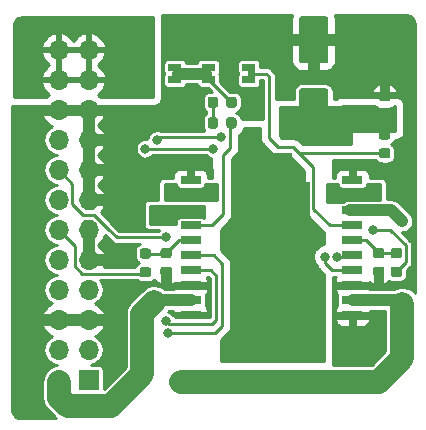
<source format=gbr>
%TF.GenerationSoftware,KiCad,Pcbnew,5.99.0-unknown-ad88874~101~ubuntu20.04.1*%
%TF.CreationDate,2020-05-19T21:45:08-04:00*%
%TF.ProjectId,L6205,4c363230-352e-46b6-9963-61645f706362,rev?*%
%TF.SameCoordinates,Original*%
%TF.FileFunction,Copper,L1,Top*%
%TF.FilePolarity,Positive*%
%FSLAX46Y46*%
G04 Gerber Fmt 4.6, Leading zero omitted, Abs format (unit mm)*
G04 Created by KiCad (PCBNEW 5.99.0-unknown-ad88874~101~ubuntu20.04.1) date 2020-05-19 21:45:08*
%MOMM*%
%LPD*%
G01*
G04 APERTURE LIST*
%TA.AperFunction,ComponentPad*%
%ADD10R,1.700000X1.700000*%
%TD*%
%TA.AperFunction,ComponentPad*%
%ADD11O,1.700000X1.700000*%
%TD*%
%TA.AperFunction,SMDPad,CuDef*%
%ADD12R,1.700000X0.700000*%
%TD*%
%TA.AperFunction,SMDPad,CuDef*%
%ADD13R,6.400000X11.270000*%
%TD*%
%TA.AperFunction,SMDPad,CuDef*%
%ADD14R,3.400000X2.415000*%
%TD*%
%TA.AperFunction,ViaPad*%
%ADD15C,1.000000*%
%TD*%
%TA.AperFunction,ViaPad*%
%ADD16C,0.800000*%
%TD*%
%TA.AperFunction,Conductor*%
%ADD17C,0.250000*%
%TD*%
%TA.AperFunction,Conductor*%
%ADD18C,2.000000*%
%TD*%
%TA.AperFunction,Conductor*%
%ADD19C,1.000000*%
%TD*%
%TA.AperFunction,Conductor*%
%ADD20C,0.254000*%
%TD*%
G04 APERTURE END LIST*
D10*
%TO.P,J1,1,Pin_1*%
%TO.N,/M1_B*%
X106934000Y-131318000D03*
D11*
%TO.P,J1,2,Pin_2*%
%TO.N,/M1_A*%
X104394000Y-131318000D03*
%TO.P,J1,3,Pin_3*%
%TO.N,/M2_B*%
X106934000Y-128778000D03*
%TO.P,J1,4,Pin_4*%
%TO.N,/M2_A*%
X104394000Y-128778000D03*
%TO.P,J1,5,Pin_5*%
%TO.N,GND*%
X106934000Y-126238000D03*
%TO.P,J1,6,Pin_6*%
X104394000Y-126238000D03*
%TO.P,J1,7,Pin_7*%
%TO.N,N/C*%
X106934000Y-123698000D03*
%TO.P,J1,8,Pin_8*%
%TO.N,/IN1_A*%
X104394000Y-123698000D03*
%TO.P,J1,9,Pin_9*%
%TO.N,GND*%
X106934000Y-121158000D03*
%TO.P,J1,10,Pin_10*%
%TO.N,/IN2_A*%
X104394000Y-121158000D03*
%TO.P,J1,11,Pin_11*%
%TO.N,GND*%
X106934000Y-118618000D03*
%TO.P,J1,12,Pin_12*%
%TO.N,/ENA_A*%
X104394000Y-118618000D03*
%TO.P,J1,13,Pin_13*%
%TO.N,GND*%
X106934000Y-116078000D03*
%TO.P,J1,14,Pin_14*%
%TO.N,/IN1_B*%
X104394000Y-116078000D03*
%TO.P,J1,15,Pin_15*%
%TO.N,GND*%
X106934000Y-113538000D03*
%TO.P,J1,16,Pin_16*%
%TO.N,/IN2_B*%
X104394000Y-113538000D03*
%TO.P,J1,17,Pin_17*%
%TO.N,GND*%
X106934000Y-110998000D03*
%TO.P,J1,18,Pin_18*%
%TO.N,/ENA_B*%
X104394000Y-110998000D03*
%TO.P,J1,19,Pin_19*%
%TO.N,GND*%
X106934000Y-108458000D03*
%TO.P,J1,20,Pin_20*%
X104394000Y-108458000D03*
%TO.P,J1,21,Pin_21*%
%TO.N,+12V*%
X106934000Y-105918000D03*
%TO.P,J1,22,Pin_22*%
X104394000Y-105918000D03*
%TO.P,J1,23,Pin_23*%
X106934000Y-103378000D03*
%TO.P,J1,24,Pin_24*%
X104394000Y-103378000D03*
%TD*%
D12*
%TO.P,U1,1,GND*%
%TO.N,GND*%
X115578000Y-114421502D03*
D13*
%TO.P,U1,21,THERM*%
%TO.N,Net-(U1-Pad21)*%
X122428000Y-120136502D03*
D12*
%TO.P,U1,2,VS*%
%TO.N,+12V*%
X115578000Y-115691502D03*
%TO.P,U1,3,OUT2*%
%TO.N,/M2_A*%
X115578000Y-116961502D03*
%TO.P,U1,4,VCP*%
%TO.N,/VCP*%
X115578000Y-118231502D03*
%TO.P,U1,5,EN*%
%TO.N,Net-(C1-Pad1)*%
X115578000Y-119501502D03*
%TO.P,U1,6,IN1*%
%TO.N,/IN1_A*%
X115578000Y-120771502D03*
%TO.P,U1,7,IN2*%
%TO.N,/IN2_A*%
X115578000Y-122041502D03*
%TO.P,U1,8,SNS*%
%TO.N,GND*%
X115578000Y-123311502D03*
%TO.P,U1,9,OUT1*%
%TO.N,/M1_A*%
X115578000Y-124581502D03*
%TO.P,U1,10,GND*%
%TO.N,GND*%
X115578000Y-125851502D03*
%TO.P,U1,11,GND*%
X129278000Y-125851502D03*
%TO.P,U1,12,OUT1*%
%TO.N,/M1_B*%
X129278000Y-124581502D03*
%TO.P,U1,13,SNS*%
%TO.N,GND*%
X129278000Y-123311502D03*
%TO.P,U1,14,IN1*%
%TO.N,/IN1_B*%
X129278000Y-122041502D03*
%TO.P,U1,15,IN2*%
%TO.N,/IN2_B*%
X129278000Y-120771502D03*
%TO.P,U1,16,EN*%
%TO.N,Net-(C2-Pad1)*%
X129278000Y-119501502D03*
%TO.P,U1,17,VBOOT*%
%TO.N,/VBOOT*%
X129278000Y-118231502D03*
%TO.P,U1,18,OUT2*%
%TO.N,/M2_B*%
X129278000Y-116961502D03*
%TO.P,U1,19,VS*%
%TO.N,+12V*%
X129278000Y-115691502D03*
%TO.P,U1,20,GND*%
%TO.N,GND*%
X129278000Y-114421502D03*
D14*
%TO.P,U1,21,THERM*%
%TO.N,Net-(U1-Pad21)*%
X122428000Y-113294002D03*
X122428000Y-126979002D03*
D15*
%TD*%
%TO.N,Net-(U1-Pad21)*%
%TO.C,U1*%
X123698000Y-125216502D03*
%TO.N,Net-(U1-Pad21)*%
%TO.C,U1*%
X122428000Y-125216502D03*
X121158000Y-125216502D03*
X124968000Y-122676502D03*
X123698000Y-122676502D03*
X122428000Y-122676502D03*
X121158000Y-122676502D03*
X119888000Y-122676502D03*
X124968000Y-120136502D03*
X123698000Y-120136502D03*
X122428000Y-120136502D03*
X121158000Y-120136502D03*
X119888000Y-120136502D03*
X124968000Y-117596502D03*
X123698000Y-117596502D03*
X122428000Y-117596502D03*
X121158000Y-117596502D03*
X119888000Y-117596502D03*
X123698000Y-115056502D03*
X122428000Y-115056502D03*
X121158000Y-115056502D03*
%TD*%
%TA.AperFunction,SMDPad,CuDef*%
%TO.P,D2,2,A*%
%TO.N,Net-(D1-Pad1)*%
G36*
X116550001Y-104561502D02*
G01*
X117650000Y-104561503D01*
X117650000Y-105136503D01*
X117150000Y-105136503D01*
X117149999Y-105636502D01*
X117650000Y-105636502D01*
X117649999Y-106211502D01*
X116550000Y-106211502D01*
X116550001Y-104561502D01*
G37*
%TD.AperFunction*%
%TA.AperFunction,SMDPad,CuDef*%
%TO.P,D2,1,K*%
%TO.N,/VBOOT*%
G36*
X121050000Y-106211502D02*
G01*
X119950000Y-106211502D01*
X119950000Y-105636502D01*
X120450000Y-105636502D01*
X120450000Y-105136502D01*
X119950000Y-105136502D01*
X119950000Y-104561502D01*
X121050000Y-104561502D01*
X121050000Y-106211502D01*
G37*
%TD.AperFunction*%
%TD*%
%TA.AperFunction,SMDPad,CuDef*%
%TO.P,D1,2,A*%
%TO.N,+12V*%
G36*
X110300001Y-104561502D02*
G01*
X111400000Y-104561503D01*
X111400000Y-105136503D01*
X110900000Y-105136503D01*
X110899999Y-105636502D01*
X111400000Y-105636502D01*
X111399999Y-106211502D01*
X110300000Y-106211502D01*
X110300001Y-104561502D01*
G37*
%TD.AperFunction*%
%TA.AperFunction,SMDPad,CuDef*%
%TO.P,D1,1,K*%
%TO.N,Net-(D1-Pad1)*%
G36*
X114800000Y-106211502D02*
G01*
X113700000Y-106211502D01*
X113700000Y-105636502D01*
X114200000Y-105636502D01*
X114200000Y-105136502D01*
X113700000Y-105136502D01*
X113700000Y-104561502D01*
X114800000Y-104561502D01*
X114800000Y-106211502D01*
G37*
%TD.AperFunction*%
%TD*%
%TO.P,C4,1*%
%TO.N,+12V*%
%TA.AperFunction,SMDPad,CuDef*%
G36*
G01*
X127000000Y-110636502D02*
X125000000Y-110636502D01*
G75*
G02*
X124750000Y-110386502I0J250000D01*
G01*
X124750000Y-106886502D01*
G75*
G02*
X125000000Y-106636502I250000J0D01*
G01*
X127000000Y-106636502D01*
G75*
G02*
X127250000Y-106886502I0J-250000D01*
G01*
X127250000Y-110386502D01*
G75*
G02*
X127000000Y-110636502I-250000J0D01*
G01*
G37*
%TD.AperFunction*%
%TO.P,C4,2*%
%TO.N,GND*%
%TA.AperFunction,SMDPad,CuDef*%
G36*
G01*
X127000000Y-104536502D02*
X125000000Y-104536502D01*
G75*
G02*
X124750000Y-104286502I0J250000D01*
G01*
X124750000Y-100786502D01*
G75*
G02*
X125000000Y-100536502I250000J0D01*
G01*
X127000000Y-100536502D01*
G75*
G02*
X127250000Y-100786502I0J-250000D01*
G01*
X127250000Y-104286502D01*
G75*
G02*
X127000000Y-104536502I-250000J0D01*
G01*
G37*
%TD.AperFunction*%
%TD*%
%TO.P,R3,1*%
%TO.N,Net-(D1-Pad1)*%
%TA.AperFunction,SMDPad,CuDef*%
G36*
G01*
X119475000Y-107564252D02*
X119475000Y-108076752D01*
G75*
G02*
X119256250Y-108295502I-218750J0D01*
G01*
X118818750Y-108295502D01*
G75*
G02*
X118600000Y-108076752I0J218750D01*
G01*
X118600000Y-107564252D01*
G75*
G02*
X118818750Y-107345502I218750J0D01*
G01*
X119256250Y-107345502D01*
G75*
G02*
X119475000Y-107564252I0J-218750D01*
G01*
G37*
%TD.AperFunction*%
%TO.P,R3,2*%
%TO.N,Net-(C6-Pad1)*%
%TA.AperFunction,SMDPad,CuDef*%
G36*
G01*
X117900000Y-107564252D02*
X117900000Y-108076752D01*
G75*
G02*
X117681250Y-108295502I-218750J0D01*
G01*
X117243750Y-108295502D01*
G75*
G02*
X117025000Y-108076752I0J218750D01*
G01*
X117025000Y-107564252D01*
G75*
G02*
X117243750Y-107345502I218750J0D01*
G01*
X117681250Y-107345502D01*
G75*
G02*
X117900000Y-107564252I0J-218750D01*
G01*
G37*
%TD.AperFunction*%
%TD*%
%TO.P,R2,1*%
%TO.N,/ENA_B*%
%TA.AperFunction,SMDPad,CuDef*%
G36*
G01*
X133256250Y-122611502D02*
X132743750Y-122611502D01*
G75*
G02*
X132525000Y-122392752I0J218750D01*
G01*
X132525000Y-121955252D01*
G75*
G02*
X132743750Y-121736502I218750J0D01*
G01*
X133256250Y-121736502D01*
G75*
G02*
X133475000Y-121955252I0J-218750D01*
G01*
X133475000Y-122392752D01*
G75*
G02*
X133256250Y-122611502I-218750J0D01*
G01*
G37*
%TD.AperFunction*%
%TO.P,R2,2*%
%TO.N,Net-(C2-Pad1)*%
%TA.AperFunction,SMDPad,CuDef*%
G36*
G01*
X133256250Y-121036502D02*
X132743750Y-121036502D01*
G75*
G02*
X132525000Y-120817752I0J218750D01*
G01*
X132525000Y-120380252D01*
G75*
G02*
X132743750Y-120161502I218750J0D01*
G01*
X133256250Y-120161502D01*
G75*
G02*
X133475000Y-120380252I0J-218750D01*
G01*
X133475000Y-120817752D01*
G75*
G02*
X133256250Y-121036502I-218750J0D01*
G01*
G37*
%TD.AperFunction*%
%TD*%
%TO.P,R1,2*%
%TO.N,Net-(C1-Pad1)*%
%TA.AperFunction,SMDPad,CuDef*%
G36*
G01*
X112006250Y-121074002D02*
X111493750Y-121074002D01*
G75*
G02*
X111275000Y-120855252I0J218750D01*
G01*
X111275000Y-120417752D01*
G75*
G02*
X111493750Y-120199002I218750J0D01*
G01*
X112006250Y-120199002D01*
G75*
G02*
X112225000Y-120417752I0J-218750D01*
G01*
X112225000Y-120855252D01*
G75*
G02*
X112006250Y-121074002I-218750J0D01*
G01*
G37*
%TD.AperFunction*%
%TO.P,R1,1*%
%TO.N,/ENA_A*%
%TA.AperFunction,SMDPad,CuDef*%
G36*
G01*
X112006250Y-122649002D02*
X111493750Y-122649002D01*
G75*
G02*
X111275000Y-122430252I0J218750D01*
G01*
X111275000Y-121992752D01*
G75*
G02*
X111493750Y-121774002I218750J0D01*
G01*
X112006250Y-121774002D01*
G75*
G02*
X112225000Y-121992752I0J-218750D01*
G01*
X112225000Y-122430252D01*
G75*
G02*
X112006250Y-122649002I-218750J0D01*
G01*
G37*
%TD.AperFunction*%
%TD*%
%TO.P,C6,1*%
%TO.N,Net-(C6-Pad1)*%
%TA.AperFunction,SMDPad,CuDef*%
G36*
G01*
X117025000Y-109826752D02*
X117025000Y-109314252D01*
G75*
G02*
X117243750Y-109095502I218750J0D01*
G01*
X117681250Y-109095502D01*
G75*
G02*
X117900000Y-109314252I0J-218750D01*
G01*
X117900000Y-109826752D01*
G75*
G02*
X117681250Y-110045502I-218750J0D01*
G01*
X117243750Y-110045502D01*
G75*
G02*
X117025000Y-109826752I0J218750D01*
G01*
G37*
%TD.AperFunction*%
%TO.P,C6,2*%
%TO.N,/VCP*%
%TA.AperFunction,SMDPad,CuDef*%
G36*
G01*
X118600000Y-109826752D02*
X118600000Y-109314252D01*
G75*
G02*
X118818750Y-109095502I218750J0D01*
G01*
X119256250Y-109095502D01*
G75*
G02*
X119475000Y-109314252I0J-218750D01*
G01*
X119475000Y-109826752D01*
G75*
G02*
X119256250Y-110045502I-218750J0D01*
G01*
X118818750Y-110045502D01*
G75*
G02*
X118600000Y-109826752I0J218750D01*
G01*
G37*
%TD.AperFunction*%
%TD*%
%TO.P,C5,1*%
%TO.N,+12V*%
%TA.AperFunction,SMDPad,CuDef*%
G36*
G01*
X131743750Y-110124002D02*
X132256250Y-110124002D01*
G75*
G02*
X132475000Y-110342752I0J-218750D01*
G01*
X132475000Y-110780252D01*
G75*
G02*
X132256250Y-110999002I-218750J0D01*
G01*
X131743750Y-110999002D01*
G75*
G02*
X131525000Y-110780252I0J218750D01*
G01*
X131525000Y-110342752D01*
G75*
G02*
X131743750Y-110124002I218750J0D01*
G01*
G37*
%TD.AperFunction*%
%TO.P,C5,2*%
%TO.N,/VBOOT*%
%TA.AperFunction,SMDPad,CuDef*%
G36*
G01*
X131743750Y-111699002D02*
X132256250Y-111699002D01*
G75*
G02*
X132475000Y-111917752I0J-218750D01*
G01*
X132475000Y-112355252D01*
G75*
G02*
X132256250Y-112574002I-218750J0D01*
G01*
X131743750Y-112574002D01*
G75*
G02*
X131525000Y-112355252I0J218750D01*
G01*
X131525000Y-111917752D01*
G75*
G02*
X131743750Y-111699002I218750J0D01*
G01*
G37*
%TD.AperFunction*%
%TD*%
%TO.P,C3,1*%
%TO.N,+12V*%
%TA.AperFunction,SMDPad,CuDef*%
G36*
G01*
X132256250Y-109324002D02*
X131743750Y-109324002D01*
G75*
G02*
X131525000Y-109105252I0J218750D01*
G01*
X131525000Y-108667752D01*
G75*
G02*
X131743750Y-108449002I218750J0D01*
G01*
X132256250Y-108449002D01*
G75*
G02*
X132475000Y-108667752I0J-218750D01*
G01*
X132475000Y-109105252D01*
G75*
G02*
X132256250Y-109324002I-218750J0D01*
G01*
G37*
%TD.AperFunction*%
%TO.P,C3,2*%
%TO.N,GND*%
%TA.AperFunction,SMDPad,CuDef*%
G36*
G01*
X132256250Y-107749002D02*
X131743750Y-107749002D01*
G75*
G02*
X131525000Y-107530252I0J218750D01*
G01*
X131525000Y-107092752D01*
G75*
G02*
X131743750Y-106874002I218750J0D01*
G01*
X132256250Y-106874002D01*
G75*
G02*
X132475000Y-107092752I0J-218750D01*
G01*
X132475000Y-107530252D01*
G75*
G02*
X132256250Y-107749002I-218750J0D01*
G01*
G37*
%TD.AperFunction*%
%TD*%
%TO.P,C2,1*%
%TO.N,Net-(C2-Pad1)*%
%TA.AperFunction,SMDPad,CuDef*%
G36*
G01*
X131243750Y-120161502D02*
X131756250Y-120161502D01*
G75*
G02*
X131975000Y-120380252I0J-218750D01*
G01*
X131975000Y-120817752D01*
G75*
G02*
X131756250Y-121036502I-218750J0D01*
G01*
X131243750Y-121036502D01*
G75*
G02*
X131025000Y-120817752I0J218750D01*
G01*
X131025000Y-120380252D01*
G75*
G02*
X131243750Y-120161502I218750J0D01*
G01*
G37*
%TD.AperFunction*%
%TO.P,C2,2*%
%TO.N,GND*%
%TA.AperFunction,SMDPad,CuDef*%
G36*
G01*
X131243750Y-121736502D02*
X131756250Y-121736502D01*
G75*
G02*
X131975000Y-121955252I0J-218750D01*
G01*
X131975000Y-122392752D01*
G75*
G02*
X131756250Y-122611502I-218750J0D01*
G01*
X131243750Y-122611502D01*
G75*
G02*
X131025000Y-122392752I0J218750D01*
G01*
X131025000Y-121955252D01*
G75*
G02*
X131243750Y-121736502I218750J0D01*
G01*
G37*
%TD.AperFunction*%
%TD*%
%TO.P,C1,2*%
%TO.N,GND*%
%TA.AperFunction,SMDPad,CuDef*%
G36*
G01*
X113243750Y-121736502D02*
X113756250Y-121736502D01*
G75*
G02*
X113975000Y-121955252I0J-218750D01*
G01*
X113975000Y-122392752D01*
G75*
G02*
X113756250Y-122611502I-218750J0D01*
G01*
X113243750Y-122611502D01*
G75*
G02*
X113025000Y-122392752I0J218750D01*
G01*
X113025000Y-121955252D01*
G75*
G02*
X113243750Y-121736502I218750J0D01*
G01*
G37*
%TD.AperFunction*%
%TO.P,C1,1*%
%TO.N,Net-(C1-Pad1)*%
%TA.AperFunction,SMDPad,CuDef*%
G36*
G01*
X113243750Y-120161502D02*
X113756250Y-120161502D01*
G75*
G02*
X113975000Y-120380252I0J-218750D01*
G01*
X113975000Y-120817752D01*
G75*
G02*
X113756250Y-121036502I-218750J0D01*
G01*
X113243750Y-121036502D01*
G75*
G02*
X113025000Y-120817752I0J218750D01*
G01*
X113025000Y-120380252D01*
G75*
G02*
X113243750Y-120161502I218750J0D01*
G01*
G37*
%TD.AperFunction*%
%TD*%
D16*
%TO.N,/IN2_B*%
X113500000Y-119250000D03*
%TO.N,/IN1_B*%
X111750000Y-111750000D03*
X117500000Y-111750000D03*
%TO.N,/ENA_B*%
X112750000Y-111000000D03*
X118147000Y-110774999D03*
%TO.N,GND*%
X109000000Y-123500000D03*
X111000000Y-123500000D03*
%TO.N,/IN1_B*%
X126978598Y-120882598D03*
%TO.N,/IN2_A*%
X113517919Y-126374225D03*
%TO.N,/IN1_A*%
X113686000Y-127360000D03*
%TO.N,/M2_A*%
X114000000Y-117750000D03*
X113250000Y-117000000D03*
X112500000Y-117750000D03*
%TO.N,/IN2_B*%
X128000000Y-120886502D03*
%TO.N,GND*%
X133250000Y-106136502D03*
X133250000Y-113886502D03*
%TO.N,/ENA_B*%
X131000000Y-118636502D03*
%TO.N,/M1_B*%
X114750000Y-131500000D03*
%TO.N,/M2_B*%
X133500000Y-117886502D03*
%TO.N,+12V*%
X117500000Y-115386502D03*
X113750000Y-115386502D03*
X131000000Y-115136502D03*
X127500000Y-115136502D03*
X127500000Y-110886502D03*
X128750000Y-110886502D03*
X128750000Y-108886502D03*
X127750000Y-108886502D03*
%TD*%
D17*
%TO.N,/VBOOT*%
X125975001Y-113326501D02*
X124449250Y-111800750D01*
X124449250Y-111800750D02*
X124285002Y-111636502D01*
X124785002Y-112136502D02*
X124449250Y-111800750D01*
X132000000Y-112136502D02*
X124785002Y-112136502D01*
%TO.N,/ENA_A*%
X104394000Y-118618000D02*
X105758999Y-119982999D01*
X105758999Y-119982999D02*
X105758999Y-121722001D01*
X105758999Y-121722001D02*
X106369999Y-122333001D01*
X106369999Y-122333001D02*
X111628501Y-122333001D01*
X111628501Y-122333001D02*
X111750000Y-122211502D01*
%TO.N,/IN2_B*%
X108691504Y-118636502D02*
X108527501Y-118472499D01*
X108527501Y-118472499D02*
X107403002Y-117348000D01*
X113500000Y-119250000D02*
X109305002Y-119250000D01*
X109305002Y-119250000D02*
X108527501Y-118472499D01*
%TO.N,/IN1_B*%
X117500000Y-111750000D02*
X111750000Y-111750000D01*
%TO.N,/ENA_B*%
X112975001Y-110774999D02*
X112750000Y-111000000D01*
X118147000Y-110774999D02*
X112975001Y-110774999D01*
%TO.N,/IN1_B*%
X126978598Y-120882598D02*
X126978598Y-121448283D01*
X127571817Y-122041502D02*
X129278000Y-122041502D01*
X126978598Y-121448283D02*
X127571817Y-122041502D01*
%TO.N,/IN2_B*%
X107403002Y-117348000D02*
X106464998Y-117348000D01*
X106464998Y-117348000D02*
X105569001Y-116452003D01*
X105569001Y-116452003D02*
X105569001Y-114713001D01*
X105569001Y-114713001D02*
X104394000Y-113538000D01*
%TO.N,/IN2_A*%
X113730301Y-126586607D02*
X113517919Y-126374225D01*
X117383929Y-126586607D02*
X113730301Y-126586607D01*
%TO.N,/IN1_A*%
X116750000Y-127360000D02*
X113686000Y-127360000D01*
%TO.N,/IN2_A*%
X117291502Y-122041502D02*
X117750000Y-122500000D01*
X115578000Y-122041502D02*
X117291502Y-122041502D01*
X117750000Y-122500000D02*
X117750000Y-126220536D01*
X117750000Y-126220536D02*
X117383929Y-126586607D01*
%TO.N,/IN1_A*%
X118250000Y-121500000D02*
X118250000Y-126750000D01*
X115578000Y-120771502D02*
X117521502Y-120771502D01*
X117521502Y-120771502D02*
X118250000Y-121500000D01*
X118250000Y-126750000D02*
X117640000Y-127360000D01*
X117640000Y-127360000D02*
X116750000Y-127360000D01*
D18*
%TO.N,/M1_B*%
X133500000Y-124886502D02*
X133500000Y-129500000D01*
D19*
%TO.N,/M1_A*%
X115578000Y-124581502D02*
X112668498Y-124581502D01*
X112668498Y-124581502D02*
X112500000Y-124750000D01*
D18*
X111500000Y-130860002D02*
X111500000Y-125750000D01*
X111500000Y-125750000D02*
X112500000Y-124750000D01*
D19*
%TO.N,Net-(D1-Pad1)*%
X114500000Y-105386502D02*
X116250000Y-105386502D01*
X116250000Y-105386502D02*
X116850000Y-105386502D01*
D17*
X119037500Y-107820502D02*
X116603500Y-105386502D01*
X116603500Y-105386502D02*
X116250000Y-105386502D01*
%TO.N,/VBOOT*%
X121750000Y-105386502D02*
X122000000Y-105386502D01*
X122000000Y-105386502D02*
X122250000Y-105636502D01*
X120750000Y-105386502D02*
X121750000Y-105386502D01*
X122250000Y-105636502D02*
X122250000Y-110886502D01*
%TO.N,/IN2_B*%
X128000000Y-120886502D02*
X129185000Y-120886502D01*
%TO.N,/IN1_B*%
X129300000Y-122041502D02*
X128095000Y-122041502D01*
%TO.N,/IN2_A*%
X115600000Y-122041502D02*
X114873984Y-122041502D01*
%TO.N,Net-(C1-Pad1)*%
X115600000Y-119501502D02*
X114597500Y-119501502D01*
X114597500Y-119501502D02*
X113500000Y-120599002D01*
X111750000Y-120636502D02*
X113462500Y-120636502D01*
X113462500Y-120636502D02*
X113500000Y-120599002D01*
%TO.N,/IN2_B*%
X129185000Y-120886502D02*
X129300000Y-120771502D01*
%TO.N,/ENA_B*%
X132500000Y-118636502D02*
X131000000Y-118636502D01*
X133000000Y-122174002D02*
X133800010Y-121373992D01*
X133800010Y-121373992D02*
X133800010Y-119936512D01*
X133800010Y-119936512D02*
X132500000Y-118636502D01*
%TO.N,Net-(C2-Pad1)*%
X133000000Y-120599002D02*
X131500000Y-120599002D01*
X131500000Y-120599002D02*
X130402500Y-119501502D01*
X130402500Y-119501502D02*
X129300000Y-119501502D01*
D18*
%TO.N,/M1_A*%
X104460000Y-131500000D02*
X104460000Y-132820002D01*
X104460000Y-132820002D02*
X105189999Y-133550001D01*
X105189999Y-133550001D02*
X108810001Y-133550001D01*
X108810001Y-133550001D02*
X111500000Y-130860002D01*
%TO.N,/M1_B*%
X114750000Y-131500000D02*
X131500000Y-131500000D01*
D19*
%TO.N,/M2_B*%
X132575000Y-116961502D02*
X133500000Y-117886502D01*
X129050000Y-116961502D02*
X132575000Y-116961502D01*
%TO.N,/M1_B*%
X129300000Y-124581502D02*
X133195000Y-124581502D01*
X133195000Y-124581502D02*
X133500000Y-124886502D01*
D18*
X131500000Y-131500000D02*
X133500000Y-129500000D01*
D17*
%TO.N,/VBOOT*%
X124285002Y-111636502D02*
X123000000Y-111636502D01*
X125975001Y-116861503D02*
X125975001Y-113661501D01*
X127345000Y-118231502D02*
X125975001Y-116861503D01*
X129300000Y-118231502D02*
X127345000Y-118231502D01*
X125975001Y-113661501D02*
X125975001Y-113326501D01*
X123000000Y-111636502D02*
X122250000Y-110886502D01*
%TO.N,/VCP*%
X115600000Y-118231502D02*
X117405000Y-118231502D01*
X117405000Y-118231502D02*
X118347500Y-117289002D01*
X118347500Y-117289002D02*
X118347500Y-115984002D01*
%TO.N,Net-(C6-Pad1)*%
X117462500Y-109570502D02*
X117462500Y-107820502D01*
%TO.N,/VCP*%
X118924999Y-109683003D02*
X118924999Y-111711503D01*
X118347500Y-115984002D02*
X118347500Y-112289002D01*
X118347500Y-112289002D02*
X118924999Y-111711503D01*
X119037500Y-109570502D02*
X118924999Y-109683003D01*
%TD*%
%TO.N,GND*%
G36*
X124149439Y-100529179D02*
G01*
X124144361Y-100546472D01*
X124111418Y-100775596D01*
X124110776Y-100784573D01*
X124110776Y-102088693D01*
X124184585Y-102162502D01*
X125552192Y-102162503D01*
X125552193Y-102162502D01*
X127815415Y-102162503D01*
X127889224Y-102088694D01*
X127889224Y-100782319D01*
X127887780Y-100768889D01*
X127814745Y-100433149D01*
X127811784Y-100426000D01*
X133689960Y-100426000D01*
X133702502Y-100428370D01*
X133708603Y-100429216D01*
X133894691Y-100445823D01*
X134034816Y-100484158D01*
X134165937Y-100546699D01*
X134283896Y-100631462D01*
X134385001Y-100735794D01*
X134466020Y-100856364D01*
X134524410Y-100989377D01*
X134559119Y-101133956D01*
X134570387Y-101287370D01*
X134572297Y-101298820D01*
X134574001Y-101305292D01*
X134574000Y-123945189D01*
X134465223Y-123824380D01*
X134455408Y-123815543D01*
X134223304Y-123646910D01*
X134211866Y-123640306D01*
X133949771Y-123523613D01*
X133937211Y-123519532D01*
X133656583Y-123459883D01*
X133643448Y-123458503D01*
X133356551Y-123458503D01*
X133343416Y-123459883D01*
X133062788Y-123519532D01*
X133050227Y-123523614D01*
X132788134Y-123640306D01*
X132776697Y-123646909D01*
X132767623Y-123653502D01*
X130773192Y-123653502D01*
X130778126Y-123625520D01*
X130702592Y-123535502D01*
X127850027Y-123535502D01*
X127774374Y-123634094D01*
X127863137Y-123965361D01*
X127875880Y-123989841D01*
X128006990Y-124146092D01*
X128010121Y-124148719D01*
X127997337Y-124212991D01*
X127996123Y-124225312D01*
X127996123Y-124937692D01*
X127997337Y-124950013D01*
X128011865Y-125023051D01*
X127943410Y-125080492D01*
X127929239Y-125097381D01*
X127828641Y-125271622D01*
X127821100Y-125292339D01*
X127777875Y-125537484D01*
X127853408Y-125627502D01*
X130705973Y-125627502D01*
X130781626Y-125528910D01*
X130776426Y-125509502D01*
X132072000Y-125509502D01*
X132072001Y-128908503D01*
X130908505Y-130072000D01*
X127606308Y-130072000D01*
X127611069Y-130055711D01*
X127633375Y-129899188D01*
X127634006Y-129890210D01*
X127629361Y-126174094D01*
X127774374Y-126174094D01*
X127863137Y-126505361D01*
X127875880Y-126529841D01*
X128006990Y-126686092D01*
X128023879Y-126700263D01*
X128198120Y-126800861D01*
X128218837Y-126808402D01*
X128411538Y-126842380D01*
X128422499Y-126843339D01*
X128980191Y-126843339D01*
X129054000Y-126769530D01*
X129054000Y-126149311D01*
X129502000Y-126149311D01*
X129502000Y-126769530D01*
X129575809Y-126843339D01*
X130136258Y-126843339D01*
X130152634Y-126841183D01*
X130431859Y-126766365D01*
X130456339Y-126753622D01*
X130612590Y-126622512D01*
X130626761Y-126605623D01*
X130727359Y-126431382D01*
X130734900Y-126410665D01*
X130778125Y-126165520D01*
X130702592Y-126075502D01*
X129575809Y-126075502D01*
X129502000Y-126149311D01*
X129054000Y-126149311D01*
X128980191Y-126075502D01*
X127850027Y-126075502D01*
X127774374Y-126174094D01*
X127629361Y-126174094D01*
X127624886Y-122594502D01*
X127907807Y-122594502D01*
X127828641Y-122731622D01*
X127821100Y-122752339D01*
X127777875Y-122997484D01*
X127853408Y-123087502D01*
X130705973Y-123087502D01*
X130722834Y-123065528D01*
X130773346Y-123109297D01*
X130788508Y-123119041D01*
X130994999Y-123213342D01*
X131012293Y-123218420D01*
X131101525Y-123231249D01*
X131188500Y-123155885D01*
X131188501Y-121862502D01*
X131811500Y-121862503D01*
X131811499Y-123145092D01*
X131905377Y-123220744D01*
X132096809Y-123179100D01*
X132117643Y-123170470D01*
X132310517Y-123046518D01*
X132324138Y-123034715D01*
X132406844Y-122939266D01*
X132525302Y-123003372D01*
X132545052Y-123010152D01*
X132731526Y-123041269D01*
X132741914Y-123042130D01*
X133256783Y-123042130D01*
X133264583Y-123041646D01*
X133406831Y-123023914D01*
X133424437Y-123019066D01*
X133601157Y-122941551D01*
X133618638Y-122930129D01*
X133761576Y-122798545D01*
X133774402Y-122782067D01*
X133866870Y-122611200D01*
X133873650Y-122591450D01*
X133904767Y-122404976D01*
X133905628Y-122394588D01*
X133905628Y-122050433D01*
X134173966Y-121782095D01*
X134221592Y-121742132D01*
X134235764Y-121725243D01*
X134266851Y-121671401D01*
X134302509Y-121620476D01*
X134311827Y-121600493D01*
X134315324Y-121587442D01*
X134322080Y-121575740D01*
X134329621Y-121555022D01*
X134340417Y-121493790D01*
X134356506Y-121433745D01*
X134358427Y-121411782D01*
X134353010Y-121349857D01*
X134353010Y-119960645D01*
X134358428Y-119898723D01*
X134356507Y-119876759D01*
X134340416Y-119816706D01*
X134329620Y-119755481D01*
X134322079Y-119734761D01*
X134315323Y-119723060D01*
X134311827Y-119710012D01*
X134302509Y-119690028D01*
X134266847Y-119639099D01*
X134235765Y-119585262D01*
X134221593Y-119568372D01*
X134173979Y-119528420D01*
X133463226Y-118817668D01*
X133491741Y-118821422D01*
X133508259Y-118821422D01*
X133733998Y-118791702D01*
X133749952Y-118787427D01*
X133960308Y-118700296D01*
X133974612Y-118692037D01*
X134155249Y-118553430D01*
X134166928Y-118541751D01*
X134305535Y-118361114D01*
X134313794Y-118346810D01*
X134400925Y-118136454D01*
X134405200Y-118120500D01*
X134434920Y-117894761D01*
X134434920Y-117878243D01*
X134405200Y-117652504D01*
X134400925Y-117636550D01*
X134313794Y-117426194D01*
X134305535Y-117411890D01*
X134201718Y-117276594D01*
X134196279Y-117270391D01*
X133274209Y-116348322D01*
X133241928Y-116306253D01*
X133230249Y-116294574D01*
X133049612Y-116155967D01*
X133035308Y-116147709D01*
X132824952Y-116060576D01*
X132808998Y-116056301D01*
X132644008Y-116034580D01*
X132583259Y-116026582D01*
X132566741Y-116026582D01*
X132514180Y-116033502D01*
X132176000Y-116033502D01*
X132176000Y-114629217D01*
X132174321Y-114614745D01*
X132138193Y-114461136D01*
X132127021Y-114437338D01*
X132045623Y-114329550D01*
X132028366Y-114313818D01*
X131914775Y-114243486D01*
X131893001Y-114235051D01*
X131767426Y-114211577D01*
X131755825Y-114210502D01*
X130769837Y-114210502D01*
X130769837Y-114063244D01*
X130767681Y-114046868D01*
X130692863Y-113767644D01*
X130680120Y-113743164D01*
X130549010Y-113586912D01*
X130532121Y-113572741D01*
X130357880Y-113472143D01*
X130337163Y-113464602D01*
X130144462Y-113430624D01*
X130133501Y-113429665D01*
X129575809Y-113429665D01*
X129502000Y-113503474D01*
X129502000Y-114210502D01*
X129054000Y-114210502D01*
X129054000Y-113503474D01*
X128980191Y-113429665D01*
X128419742Y-113429665D01*
X128403366Y-113431821D01*
X128124142Y-113506639D01*
X128099662Y-113519382D01*
X127943410Y-113650492D01*
X127929239Y-113667381D01*
X127828641Y-113841622D01*
X127821100Y-113862339D01*
X127787122Y-114055040D01*
X127786163Y-114066001D01*
X127786163Y-114210502D01*
X127614406Y-114210502D01*
X127612505Y-112689502D01*
X131190277Y-112689502D01*
X131194952Y-112700159D01*
X131206373Y-112717640D01*
X131337957Y-112860578D01*
X131354435Y-112873404D01*
X131525302Y-112965872D01*
X131545052Y-112972652D01*
X131731526Y-113003769D01*
X131741914Y-113004630D01*
X132256783Y-113004630D01*
X132264583Y-113004146D01*
X132406831Y-112986414D01*
X132424437Y-112981566D01*
X132601157Y-112904051D01*
X132618638Y-112892629D01*
X132761576Y-112761045D01*
X132774402Y-112744567D01*
X132866870Y-112573700D01*
X132873650Y-112553950D01*
X132904767Y-112367476D01*
X132905628Y-112357088D01*
X132905628Y-111917219D01*
X132905144Y-111909419D01*
X132887412Y-111767171D01*
X132882564Y-111749565D01*
X132805049Y-111572845D01*
X132793627Y-111555364D01*
X132662043Y-111412426D01*
X132645565Y-111399600D01*
X132553681Y-111349875D01*
X132601157Y-111329051D01*
X132618638Y-111317629D01*
X132761576Y-111186045D01*
X132774402Y-111169567D01*
X132855071Y-111020502D01*
X133006754Y-111020502D01*
X133020184Y-111019058D01*
X133248832Y-110969319D01*
X133269666Y-110960689D01*
X133408371Y-110871549D01*
X133421992Y-110859746D01*
X133528483Y-110736850D01*
X133538227Y-110721687D01*
X133605779Y-110573767D01*
X133610857Y-110556474D01*
X133633358Y-110399980D01*
X133634000Y-110391002D01*
X133634000Y-107993246D01*
X133632556Y-107979816D01*
X133582817Y-107751168D01*
X133574187Y-107730334D01*
X133485047Y-107591629D01*
X133473244Y-107578008D01*
X133350348Y-107471517D01*
X133335185Y-107461773D01*
X133187265Y-107394221D01*
X133169972Y-107389143D01*
X133013478Y-107366642D01*
X133004500Y-107366000D01*
X128243246Y-107366000D01*
X128229816Y-107367444D01*
X128001168Y-107417183D01*
X127980334Y-107425813D01*
X127861004Y-107502502D01*
X127680148Y-107502502D01*
X127680148Y-106886051D01*
X127680036Y-106884243D01*
X130904781Y-106884243D01*
X130979175Y-107000002D01*
X131614692Y-107000002D01*
X131688501Y-106926193D01*
X131688501Y-106340412D01*
X131675108Y-106329619D01*
X132311500Y-106329619D01*
X132311500Y-106926194D01*
X132385309Y-107000003D01*
X133000432Y-107000003D01*
X133076084Y-106906125D01*
X133042598Y-106752193D01*
X133033968Y-106731359D01*
X132910016Y-106538485D01*
X132898213Y-106524864D01*
X132726654Y-106376207D01*
X132711492Y-106366463D01*
X132505001Y-106272162D01*
X132487707Y-106267084D01*
X132398475Y-106254255D01*
X132311500Y-106329619D01*
X131675108Y-106329619D01*
X131594623Y-106264760D01*
X131403191Y-106306404D01*
X131382357Y-106315034D01*
X131189483Y-106438986D01*
X131175862Y-106450789D01*
X131027205Y-106622348D01*
X131017461Y-106637510D01*
X130904781Y-106884243D01*
X127680036Y-106884243D01*
X127679664Y-106878251D01*
X127660988Y-106728429D01*
X127656140Y-106710823D01*
X127574545Y-106524803D01*
X127563124Y-106507322D01*
X127424661Y-106356911D01*
X127408182Y-106344085D01*
X127228384Y-106246784D01*
X127208634Y-106240004D01*
X127012142Y-106207215D01*
X127001754Y-106206354D01*
X124999549Y-106206354D01*
X124991749Y-106206838D01*
X124841927Y-106225514D01*
X124824321Y-106230362D01*
X124638301Y-106311957D01*
X124620820Y-106323378D01*
X124470409Y-106461841D01*
X124457583Y-106478320D01*
X124360282Y-106658118D01*
X124353502Y-106677868D01*
X124320713Y-106874360D01*
X124319852Y-106884748D01*
X124319852Y-107502502D01*
X122993246Y-107502502D01*
X122979816Y-107503946D01*
X122803000Y-107542410D01*
X122803000Y-105660623D01*
X122808417Y-105598712D01*
X122806496Y-105576749D01*
X122790408Y-105516706D01*
X122779610Y-105455470D01*
X122772069Y-105434751D01*
X122765313Y-105423051D01*
X122761817Y-105410001D01*
X122752499Y-105390017D01*
X122716839Y-105339092D01*
X122685755Y-105285252D01*
X122671583Y-105268362D01*
X122623947Y-105228391D01*
X122408111Y-105012555D01*
X122368140Y-104964919D01*
X122351251Y-104950748D01*
X122297405Y-104919660D01*
X122246484Y-104884004D01*
X122226502Y-104874686D01*
X122213451Y-104871189D01*
X122201748Y-104864432D01*
X122181031Y-104856892D01*
X122119791Y-104846093D01*
X122059751Y-104830006D01*
X122037789Y-104828085D01*
X121975864Y-104833502D01*
X121481197Y-104833502D01*
X121481197Y-104554217D01*
X121479518Y-104539745D01*
X121442845Y-104383820D01*
X121431673Y-104360022D01*
X121349124Y-104250710D01*
X121331868Y-104234978D01*
X121216654Y-104163640D01*
X121194879Y-104155205D01*
X121067426Y-104131380D01*
X121055825Y-104130305D01*
X119942715Y-104130305D01*
X119928243Y-104131984D01*
X119772318Y-104168657D01*
X119748520Y-104179829D01*
X119639208Y-104262378D01*
X119623476Y-104279634D01*
X119552138Y-104394848D01*
X119543703Y-104416623D01*
X119519878Y-104544076D01*
X119518803Y-104555677D01*
X119518803Y-105143787D01*
X119520482Y-105158259D01*
X119557155Y-105314184D01*
X119568327Y-105337982D01*
X119604295Y-105385612D01*
X119552138Y-105469848D01*
X119543703Y-105491623D01*
X119519878Y-105619076D01*
X119518803Y-105630677D01*
X119518803Y-106218787D01*
X119520482Y-106233259D01*
X119557155Y-106389184D01*
X119568327Y-106412982D01*
X119650876Y-106522294D01*
X119668132Y-106538026D01*
X119783346Y-106609364D01*
X119805121Y-106617799D01*
X119932574Y-106641624D01*
X119944175Y-106642699D01*
X121057285Y-106642699D01*
X121071757Y-106641020D01*
X121227682Y-106604347D01*
X121251480Y-106593175D01*
X121360792Y-106510626D01*
X121376524Y-106493370D01*
X121447862Y-106378156D01*
X121456297Y-106356381D01*
X121480122Y-106228928D01*
X121481197Y-106217327D01*
X121481197Y-105939502D01*
X121697000Y-105939502D01*
X121697001Y-109252502D01*
X119898485Y-109252502D01*
X119887412Y-109163671D01*
X119882564Y-109146065D01*
X119805049Y-108969345D01*
X119793627Y-108951864D01*
X119662043Y-108808926D01*
X119645565Y-108796100D01*
X119474698Y-108703632D01*
X119454948Y-108696852D01*
X119443108Y-108694876D01*
X119601157Y-108625551D01*
X119618638Y-108614129D01*
X119761576Y-108482545D01*
X119774402Y-108466067D01*
X119866870Y-108295200D01*
X119873650Y-108275450D01*
X119904767Y-108088976D01*
X119905628Y-108078588D01*
X119905628Y-107563719D01*
X119905144Y-107555919D01*
X119887412Y-107413671D01*
X119882564Y-107396065D01*
X119805049Y-107219345D01*
X119793627Y-107201864D01*
X119662043Y-107058926D01*
X119645565Y-107046100D01*
X119474698Y-106953632D01*
X119454948Y-106946852D01*
X119268474Y-106915735D01*
X119258086Y-106914874D01*
X118913933Y-106914874D01*
X118081197Y-106082139D01*
X118081197Y-105629217D01*
X118079518Y-105614745D01*
X118042845Y-105458820D01*
X118031673Y-105435022D01*
X117995705Y-105387392D01*
X118047862Y-105303157D01*
X118056297Y-105281382D01*
X118080122Y-105153929D01*
X118081197Y-105142328D01*
X118081197Y-104554218D01*
X118079518Y-104539746D01*
X118042845Y-104383821D01*
X118031673Y-104360023D01*
X117949124Y-104250711D01*
X117931868Y-104234980D01*
X117816655Y-104163641D01*
X117794879Y-104155205D01*
X117667426Y-104131380D01*
X117655825Y-104130305D01*
X116542716Y-104130305D01*
X116528244Y-104131984D01*
X116372319Y-104168657D01*
X116348521Y-104179829D01*
X116239209Y-104262378D01*
X116223477Y-104279634D01*
X116152139Y-104394848D01*
X116143704Y-104416623D01*
X116135875Y-104458502D01*
X115210410Y-104458502D01*
X115192845Y-104383820D01*
X115181673Y-104360022D01*
X115099124Y-104250710D01*
X115081868Y-104234978D01*
X114966654Y-104163640D01*
X114944879Y-104155205D01*
X114817426Y-104131380D01*
X114805825Y-104130305D01*
X113692715Y-104130305D01*
X113678243Y-104131984D01*
X113522318Y-104168657D01*
X113498520Y-104179829D01*
X113389208Y-104262378D01*
X113373476Y-104279634D01*
X113302138Y-104394848D01*
X113293703Y-104416623D01*
X113269878Y-104544076D01*
X113268803Y-104555677D01*
X113268803Y-105143787D01*
X113270482Y-105158259D01*
X113307155Y-105314184D01*
X113318327Y-105337982D01*
X113354295Y-105385612D01*
X113302138Y-105469848D01*
X113293703Y-105491623D01*
X113269878Y-105619076D01*
X113268803Y-105630677D01*
X113268803Y-106218787D01*
X113270482Y-106233259D01*
X113307155Y-106389184D01*
X113318327Y-106412982D01*
X113400876Y-106522294D01*
X113418132Y-106538026D01*
X113533346Y-106609364D01*
X113555121Y-106617799D01*
X113682574Y-106641624D01*
X113694175Y-106642699D01*
X114807285Y-106642699D01*
X114821757Y-106641020D01*
X114977682Y-106604347D01*
X115001480Y-106593175D01*
X115110792Y-106510626D01*
X115126524Y-106493370D01*
X115197862Y-106378156D01*
X115206297Y-106356381D01*
X115214126Y-106314502D01*
X116139590Y-106314502D01*
X116157155Y-106389183D01*
X116168327Y-106412981D01*
X116250876Y-106522294D01*
X116268132Y-106538026D01*
X116383346Y-106609364D01*
X116405121Y-106617799D01*
X116532574Y-106641624D01*
X116544175Y-106642699D01*
X117077638Y-106642699D01*
X117349813Y-106914874D01*
X117243217Y-106914874D01*
X117235417Y-106915358D01*
X117093169Y-106933090D01*
X117075563Y-106937938D01*
X116898843Y-107015453D01*
X116881362Y-107026875D01*
X116738424Y-107158459D01*
X116725598Y-107174937D01*
X116633130Y-107345804D01*
X116626350Y-107365554D01*
X116595233Y-107552028D01*
X116594372Y-107562416D01*
X116594372Y-108077285D01*
X116594856Y-108085085D01*
X116612588Y-108227333D01*
X116617436Y-108244939D01*
X116694951Y-108421659D01*
X116706373Y-108439140D01*
X116837957Y-108582078D01*
X116854435Y-108594903D01*
X116909501Y-108624704D01*
X116909500Y-108760779D01*
X116898843Y-108765454D01*
X116881362Y-108776875D01*
X116738424Y-108908459D01*
X116725598Y-108924937D01*
X116633130Y-109095804D01*
X116626350Y-109115554D01*
X116595233Y-109302028D01*
X116594372Y-109312416D01*
X116594372Y-109827285D01*
X116594856Y-109835085D01*
X116612588Y-109977333D01*
X116617436Y-109994939D01*
X116694951Y-110171659D01*
X116706373Y-110189140D01*
X116736622Y-110221999D01*
X113034340Y-110221999D01*
X112947930Y-110187787D01*
X112929578Y-110183533D01*
X112700356Y-110165493D01*
X112681566Y-110166824D01*
X112457172Y-110216982D01*
X112439604Y-110223779D01*
X112239878Y-110337700D01*
X112225085Y-110349362D01*
X112067686Y-110516974D01*
X112056976Y-110532470D01*
X111955820Y-110738955D01*
X111950140Y-110756916D01*
X111922258Y-110932957D01*
X111700356Y-110915493D01*
X111681566Y-110916824D01*
X111457172Y-110966982D01*
X111439604Y-110973779D01*
X111239878Y-111087700D01*
X111225085Y-111099362D01*
X111067686Y-111266974D01*
X111056976Y-111282470D01*
X110955820Y-111488955D01*
X110950140Y-111506916D01*
X110914171Y-111734016D01*
X110914023Y-111752853D01*
X110946420Y-111980490D01*
X110951818Y-111998538D01*
X111049718Y-112206586D01*
X111060183Y-112222248D01*
X111214929Y-112392313D01*
X111229538Y-112404206D01*
X111427450Y-112521250D01*
X111444909Y-112528322D01*
X111668487Y-112581998D01*
X111687254Y-112583624D01*
X111916732Y-112569187D01*
X111935147Y-112565222D01*
X112150235Y-112483947D01*
X112166670Y-112474742D01*
X112348351Y-112333816D01*
X112361354Y-112320186D01*
X112373432Y-112303000D01*
X116883662Y-112303000D01*
X116964929Y-112392313D01*
X116979538Y-112404206D01*
X117177450Y-112521250D01*
X117194909Y-112528322D01*
X117344346Y-112564198D01*
X117346404Y-114210502D01*
X117069837Y-114210502D01*
X117069837Y-114063244D01*
X117067681Y-114046868D01*
X116992863Y-113767644D01*
X116980120Y-113743164D01*
X116849010Y-113586912D01*
X116832121Y-113572741D01*
X116657880Y-113472143D01*
X116637163Y-113464602D01*
X116444462Y-113430624D01*
X116433501Y-113429665D01*
X115875809Y-113429665D01*
X115802000Y-113503474D01*
X115802000Y-114210502D01*
X115354000Y-114210502D01*
X115354000Y-113503474D01*
X115280191Y-113429665D01*
X114719742Y-113429665D01*
X114703366Y-113431821D01*
X114424142Y-113506639D01*
X114399662Y-113519382D01*
X114243410Y-113650492D01*
X114229239Y-113667381D01*
X114128641Y-113841622D01*
X114121100Y-113862339D01*
X114087122Y-114055040D01*
X114086163Y-114066001D01*
X114086163Y-114210502D01*
X113265524Y-114210502D01*
X113251052Y-114212181D01*
X113097443Y-114248309D01*
X113073645Y-114259481D01*
X112965857Y-114340879D01*
X112950125Y-114358136D01*
X112879793Y-114471727D01*
X112871358Y-114493501D01*
X112847884Y-114619076D01*
X112846809Y-114630677D01*
X112846809Y-116074000D01*
X112042640Y-116074000D01*
X112028168Y-116075679D01*
X111874559Y-116111807D01*
X111850761Y-116122979D01*
X111742973Y-116204377D01*
X111727241Y-116221634D01*
X111656909Y-116335225D01*
X111648474Y-116356999D01*
X111625000Y-116482574D01*
X111623925Y-116494175D01*
X111623925Y-118257285D01*
X111625604Y-118271757D01*
X111661732Y-118425366D01*
X111672904Y-118449164D01*
X111754302Y-118556952D01*
X111771559Y-118572684D01*
X111885150Y-118643016D01*
X111906924Y-118651451D01*
X112032499Y-118674925D01*
X112044100Y-118676000D01*
X112903117Y-118676000D01*
X112883396Y-118697000D01*
X109534061Y-118697000D01*
X108946987Y-118109926D01*
X108946966Y-118109903D01*
X107976527Y-117139466D01*
X107987645Y-117130004D01*
X107995158Y-117122424D01*
X108149833Y-116937435D01*
X108155962Y-116928698D01*
X108277256Y-116720294D01*
X108281825Y-116710649D01*
X108338016Y-116560361D01*
X108262843Y-116452000D01*
X107381808Y-116452000D01*
X107307999Y-116525809D01*
X107307999Y-116795000D01*
X106694057Y-116795000D01*
X106560001Y-116660944D01*
X106560001Y-114883809D01*
X106560000Y-114883808D01*
X106560000Y-114746888D01*
X106560000Y-113985809D01*
X107307999Y-113985809D01*
X107307999Y-114732191D01*
X107308000Y-114732192D01*
X107308000Y-115630192D01*
X107381809Y-115704001D01*
X108262871Y-115704001D01*
X108338192Y-115597622D01*
X108293723Y-115471343D01*
X108289339Y-115461612D01*
X108172067Y-115250916D01*
X108166107Y-115242064D01*
X108015013Y-115054140D01*
X108007647Y-115046417D01*
X107827049Y-114886638D01*
X107818486Y-114880267D01*
X107701887Y-114807973D01*
X107795330Y-114752491D01*
X107804012Y-114746286D01*
X107987645Y-114590004D01*
X107995158Y-114582424D01*
X108149833Y-114397435D01*
X108155962Y-114388698D01*
X108277256Y-114180294D01*
X108281825Y-114170649D01*
X108338016Y-114020361D01*
X108262843Y-113912000D01*
X107381808Y-113912000D01*
X107307999Y-113985809D01*
X106560000Y-113985809D01*
X106560001Y-113978345D01*
X106560001Y-112343809D01*
X106560000Y-112343808D01*
X106560000Y-112206888D01*
X106560000Y-111445809D01*
X107307999Y-111445809D01*
X107307999Y-112192191D01*
X107308000Y-112192192D01*
X107308000Y-113090192D01*
X107381809Y-113164001D01*
X108262871Y-113164001D01*
X108338192Y-113057622D01*
X108293723Y-112931343D01*
X108289339Y-112921612D01*
X108172067Y-112710916D01*
X108166107Y-112702064D01*
X108015013Y-112514140D01*
X108007647Y-112506417D01*
X107827049Y-112346638D01*
X107818486Y-112340267D01*
X107701887Y-112267973D01*
X107795330Y-112212491D01*
X107804012Y-112206286D01*
X107987645Y-112050004D01*
X107995158Y-112042424D01*
X108149833Y-111857435D01*
X108155962Y-111848698D01*
X108277256Y-111640294D01*
X108281825Y-111630649D01*
X108338016Y-111480361D01*
X108262843Y-111372000D01*
X107381808Y-111372000D01*
X107307999Y-111445809D01*
X106560000Y-111445809D01*
X106560001Y-111438345D01*
X106560001Y-109803809D01*
X106560000Y-109803808D01*
X106560000Y-108905809D01*
X107307999Y-108905809D01*
X107307999Y-109652191D01*
X107308000Y-109652192D01*
X107308000Y-110550192D01*
X107381809Y-110624001D01*
X108262871Y-110624001D01*
X108338192Y-110517622D01*
X108293723Y-110391343D01*
X108289339Y-110381612D01*
X108172067Y-110170916D01*
X108166107Y-110162064D01*
X108015013Y-109974140D01*
X108007647Y-109966417D01*
X107827049Y-109806638D01*
X107818486Y-109800267D01*
X107701887Y-109727973D01*
X107795330Y-109672491D01*
X107804012Y-109666286D01*
X107987645Y-109510004D01*
X107995158Y-109502424D01*
X108149833Y-109317435D01*
X108155962Y-109308698D01*
X108277256Y-109100294D01*
X108281825Y-109090649D01*
X108338016Y-108940361D01*
X108262843Y-108832000D01*
X107381808Y-108832000D01*
X107307999Y-108905809D01*
X106560000Y-108905809D01*
X106560000Y-108905808D01*
X106486191Y-108831999D01*
X105739809Y-108831999D01*
X105739808Y-108832000D01*
X104893999Y-108832000D01*
X103062174Y-108831999D01*
X102987587Y-108946197D01*
X103083591Y-109164900D01*
X103088692Y-109174275D01*
X103221430Y-109375584D01*
X103228038Y-109383965D01*
X103392798Y-109560032D01*
X103400722Y-109567180D01*
X103592792Y-109712968D01*
X103601808Y-109718679D01*
X103815696Y-109830021D01*
X103825545Y-109834131D01*
X103852111Y-109842660D01*
X103744035Y-109894210D01*
X103734106Y-109900118D01*
X103553769Y-110031140D01*
X103545083Y-110038758D01*
X103391643Y-110200450D01*
X103384491Y-110209523D01*
X103263086Y-110396470D01*
X103257707Y-110406695D01*
X103172404Y-110612635D01*
X103168978Y-110623668D01*
X103122631Y-110841706D01*
X103121273Y-110853180D01*
X103115439Y-111076013D01*
X103116195Y-111087541D01*
X103151065Y-111307705D01*
X103153909Y-111318903D01*
X103228317Y-111529026D01*
X103233154Y-111539518D01*
X103344608Y-111732563D01*
X103351276Y-111741998D01*
X103496045Y-111911499D01*
X103504320Y-111919561D01*
X103677552Y-112059842D01*
X103687158Y-112066261D01*
X103883055Y-112172623D01*
X103893670Y-112177184D01*
X104105669Y-112246066D01*
X104116937Y-112248616D01*
X104265080Y-112268120D01*
X104182769Y-112274598D01*
X104171383Y-112276554D01*
X103956069Y-112334246D01*
X103945230Y-112338245D01*
X103744035Y-112434210D01*
X103734106Y-112440118D01*
X103553769Y-112571140D01*
X103545083Y-112578758D01*
X103391643Y-112740450D01*
X103384491Y-112749523D01*
X103263086Y-112936470D01*
X103257707Y-112946695D01*
X103172404Y-113152635D01*
X103168978Y-113163668D01*
X103122631Y-113381706D01*
X103121273Y-113393180D01*
X103115439Y-113616013D01*
X103116195Y-113627541D01*
X103151065Y-113847705D01*
X103153909Y-113858903D01*
X103228317Y-114069026D01*
X103233154Y-114079518D01*
X103344608Y-114272563D01*
X103351276Y-114281998D01*
X103496045Y-114451499D01*
X103504320Y-114459561D01*
X103677552Y-114599842D01*
X103687158Y-114606261D01*
X103883055Y-114712623D01*
X103893670Y-114717184D01*
X104105669Y-114786066D01*
X104116937Y-114788616D01*
X104265080Y-114808120D01*
X104182769Y-114814598D01*
X104171383Y-114816554D01*
X103956069Y-114874246D01*
X103945230Y-114878245D01*
X103744035Y-114974210D01*
X103734106Y-114980118D01*
X103553769Y-115111140D01*
X103545083Y-115118758D01*
X103391643Y-115280450D01*
X103384491Y-115289523D01*
X103263086Y-115476470D01*
X103257707Y-115486695D01*
X103172404Y-115692635D01*
X103168978Y-115703668D01*
X103122631Y-115921706D01*
X103121273Y-115933180D01*
X103115439Y-116156013D01*
X103116195Y-116167541D01*
X103151065Y-116387705D01*
X103153909Y-116398903D01*
X103228317Y-116609026D01*
X103233154Y-116619518D01*
X103344608Y-116812563D01*
X103351276Y-116821998D01*
X103496045Y-116991499D01*
X103504320Y-116999561D01*
X103677552Y-117139842D01*
X103687158Y-117146261D01*
X103883055Y-117252623D01*
X103893670Y-117257184D01*
X104105669Y-117326066D01*
X104116937Y-117328616D01*
X104265080Y-117348120D01*
X104182769Y-117354598D01*
X104171383Y-117356554D01*
X103956069Y-117414246D01*
X103945230Y-117418245D01*
X103744035Y-117514210D01*
X103734106Y-117520118D01*
X103553769Y-117651140D01*
X103545083Y-117658758D01*
X103391643Y-117820450D01*
X103384491Y-117829523D01*
X103263086Y-118016470D01*
X103257707Y-118026695D01*
X103172404Y-118232635D01*
X103168978Y-118243668D01*
X103122631Y-118461706D01*
X103121273Y-118473180D01*
X103115439Y-118696013D01*
X103116195Y-118707541D01*
X103151065Y-118927705D01*
X103153909Y-118938903D01*
X103228317Y-119149026D01*
X103233154Y-119159518D01*
X103344608Y-119352563D01*
X103351276Y-119361998D01*
X103496045Y-119531499D01*
X103504320Y-119539561D01*
X103677552Y-119679842D01*
X103687158Y-119686261D01*
X103883055Y-119792623D01*
X103893670Y-119797184D01*
X104105669Y-119866066D01*
X104116937Y-119868616D01*
X104265080Y-119888120D01*
X104182769Y-119894598D01*
X104171383Y-119896554D01*
X103956069Y-119954246D01*
X103945230Y-119958245D01*
X103744035Y-120054210D01*
X103734106Y-120060118D01*
X103553769Y-120191140D01*
X103545083Y-120198758D01*
X103391643Y-120360450D01*
X103384491Y-120369523D01*
X103263086Y-120556470D01*
X103257707Y-120566695D01*
X103172404Y-120772635D01*
X103168978Y-120783668D01*
X103122631Y-121001706D01*
X103121273Y-121013180D01*
X103115439Y-121236013D01*
X103116195Y-121247541D01*
X103151065Y-121467705D01*
X103153909Y-121478903D01*
X103228317Y-121689026D01*
X103233154Y-121699518D01*
X103344608Y-121892563D01*
X103351276Y-121901998D01*
X103496045Y-122071499D01*
X103504320Y-122079561D01*
X103677552Y-122219842D01*
X103687158Y-122226261D01*
X103883055Y-122332623D01*
X103893670Y-122337184D01*
X104105669Y-122406066D01*
X104116937Y-122408616D01*
X104265080Y-122428120D01*
X104182769Y-122434598D01*
X104171383Y-122436554D01*
X103956069Y-122494246D01*
X103945230Y-122498245D01*
X103744035Y-122594210D01*
X103734106Y-122600118D01*
X103553769Y-122731140D01*
X103545083Y-122738758D01*
X103391643Y-122900450D01*
X103384491Y-122909523D01*
X103263086Y-123096470D01*
X103257707Y-123106695D01*
X103172404Y-123312635D01*
X103168978Y-123323668D01*
X103122631Y-123541706D01*
X103121273Y-123553180D01*
X103115439Y-123776013D01*
X103116195Y-123787541D01*
X103151065Y-124007705D01*
X103153909Y-124018903D01*
X103228317Y-124229026D01*
X103233154Y-124239518D01*
X103344608Y-124432563D01*
X103351276Y-124441998D01*
X103496045Y-124611499D01*
X103504320Y-124619561D01*
X103677552Y-124759842D01*
X103687158Y-124766261D01*
X103847175Y-124853142D01*
X103842142Y-124855130D01*
X103626155Y-124962346D01*
X103617032Y-124967882D01*
X103422199Y-125109957D01*
X103414138Y-125116952D01*
X103246029Y-125289822D01*
X103239263Y-125298074D01*
X103102683Y-125496798D01*
X103097403Y-125506073D01*
X102985724Y-125747770D01*
X103060056Y-125864000D01*
X103894001Y-125864000D01*
X105588191Y-125864001D01*
X105588192Y-125864000D01*
X106434001Y-125864000D01*
X108262871Y-125864001D01*
X108338192Y-125757622D01*
X108293723Y-125631343D01*
X108289339Y-125621612D01*
X108172067Y-125410916D01*
X108166107Y-125402064D01*
X108015013Y-125214140D01*
X108007647Y-125206417D01*
X107827049Y-125046638D01*
X107818486Y-125040267D01*
X107613549Y-124913202D01*
X107604036Y-124908365D01*
X107472658Y-124855018D01*
X107554847Y-124818425D01*
X107564927Y-124812780D01*
X107748633Y-124686523D01*
X107757516Y-124679135D01*
X107915135Y-124521516D01*
X107922523Y-124512633D01*
X108048780Y-124328927D01*
X108054425Y-124318847D01*
X108145090Y-124115211D01*
X108148804Y-124104270D01*
X108201034Y-123886716D01*
X108202758Y-123873622D01*
X108210211Y-123589019D01*
X108209175Y-123575853D01*
X108168402Y-123355865D01*
X108165266Y-123344745D01*
X108085383Y-123136642D01*
X108080273Y-123126280D01*
X107963803Y-122936219D01*
X107956891Y-122926961D01*
X107920010Y-122886001D01*
X111042318Y-122886001D01*
X111087958Y-122935578D01*
X111104436Y-122948404D01*
X111275302Y-123040872D01*
X111295052Y-123047652D01*
X111481526Y-123078769D01*
X111491914Y-123079630D01*
X112006783Y-123079630D01*
X112014583Y-123079146D01*
X112156831Y-123061414D01*
X112174437Y-123056566D01*
X112351157Y-122979051D01*
X112368638Y-122967629D01*
X112511576Y-122836045D01*
X112515459Y-122831056D01*
X112589984Y-122947019D01*
X112601787Y-122960640D01*
X112773346Y-123109297D01*
X112788508Y-123119041D01*
X112994999Y-123213342D01*
X113012293Y-123218420D01*
X113101525Y-123231249D01*
X113188500Y-123155885D01*
X113188501Y-121862502D01*
X113811500Y-121862503D01*
X113811499Y-123145092D01*
X113905377Y-123220744D01*
X114096809Y-123179100D01*
X114117643Y-123170470D01*
X114246743Y-123087502D01*
X117005973Y-123087502D01*
X117081626Y-122988910D01*
X116992863Y-122657644D01*
X116980120Y-122633164D01*
X116947679Y-122594502D01*
X117062443Y-122594502D01*
X117197000Y-122729060D01*
X117197001Y-125991475D01*
X117154870Y-126033607D01*
X114279469Y-126033607D01*
X114275549Y-126020865D01*
X114267394Y-126003884D01*
X114138154Y-125813712D01*
X114125367Y-125799880D01*
X113945922Y-125656117D01*
X113929633Y-125646655D01*
X113715848Y-125562012D01*
X113697497Y-125557758D01*
X113684227Y-125556714D01*
X113700039Y-125537187D01*
X113707232Y-125526111D01*
X113715695Y-125509502D01*
X114082808Y-125509502D01*
X114077874Y-125537484D01*
X114153408Y-125627502D01*
X117005973Y-125627502D01*
X117081626Y-125528910D01*
X116992863Y-125197644D01*
X116980120Y-125173164D01*
X116849010Y-125016912D01*
X116845879Y-125014285D01*
X116858663Y-124950013D01*
X116859877Y-124937692D01*
X116859877Y-124225312D01*
X116858663Y-124212991D01*
X116844135Y-124139953D01*
X116912590Y-124082512D01*
X116926762Y-124065623D01*
X117027359Y-123891382D01*
X117034900Y-123870665D01*
X117078125Y-123625520D01*
X117002592Y-123535502D01*
X114150027Y-123535502D01*
X114074374Y-123634094D01*
X114079574Y-123653502D01*
X113422997Y-123653502D01*
X113408313Y-123638818D01*
X113398050Y-123630507D01*
X113157437Y-123474251D01*
X113145670Y-123468255D01*
X112877827Y-123365441D01*
X112865071Y-123362023D01*
X112581706Y-123317141D01*
X112568517Y-123316450D01*
X112282011Y-123331465D01*
X112268967Y-123333531D01*
X111991845Y-123407786D01*
X111979516Y-123412519D01*
X111723889Y-123542768D01*
X111712813Y-123549961D01*
X111545732Y-123685260D01*
X111540828Y-123689675D01*
X110569718Y-124660786D01*
X110544592Y-124679041D01*
X110534777Y-124687878D01*
X110463820Y-124766685D01*
X110439676Y-124790828D01*
X110435261Y-124795732D01*
X110413775Y-124822263D01*
X110342804Y-124901086D01*
X110335042Y-124911769D01*
X110319509Y-124938673D01*
X110299961Y-124962814D01*
X110292769Y-124973889D01*
X110244619Y-125068387D01*
X110191593Y-125160231D01*
X110186221Y-125172297D01*
X110176623Y-125201837D01*
X110162520Y-125229515D01*
X110157787Y-125241846D01*
X110130332Y-125344306D01*
X110097565Y-125445152D01*
X110094820Y-125458070D01*
X110091573Y-125488958D01*
X110083532Y-125518967D01*
X110081466Y-125532011D01*
X110075916Y-125637917D01*
X110072346Y-125671885D01*
X110072001Y-125678474D01*
X110072001Y-125712625D01*
X110066451Y-125818517D01*
X110067142Y-125831706D01*
X110072001Y-125862384D01*
X110072000Y-130268504D01*
X108218505Y-132122001D01*
X108215877Y-132122001D01*
X108215877Y-130461810D01*
X108214663Y-130449489D01*
X108187751Y-130314193D01*
X108178253Y-130291263D01*
X108098159Y-130171392D01*
X108080608Y-130153841D01*
X107960737Y-130073747D01*
X107937807Y-130064249D01*
X107802511Y-130037337D01*
X107790190Y-130036123D01*
X107159833Y-130036123D01*
X107340270Y-129992804D01*
X107351211Y-129989090D01*
X107554847Y-129898425D01*
X107564927Y-129892780D01*
X107748633Y-129766523D01*
X107757516Y-129759135D01*
X107915135Y-129601516D01*
X107922523Y-129592633D01*
X108048780Y-129408927D01*
X108054425Y-129398847D01*
X108145090Y-129195211D01*
X108148804Y-129184270D01*
X108201034Y-128966716D01*
X108202758Y-128953622D01*
X108210211Y-128669019D01*
X108209175Y-128655853D01*
X108168402Y-128435865D01*
X108165266Y-128424745D01*
X108085383Y-128216642D01*
X108080273Y-128206280D01*
X107963803Y-128016219D01*
X107956891Y-128006961D01*
X107807736Y-127841309D01*
X107799252Y-127833466D01*
X107622406Y-127697768D01*
X107612635Y-127691603D01*
X107473281Y-127620599D01*
X107578387Y-127580253D01*
X107587991Y-127575600D01*
X107795330Y-127452491D01*
X107804012Y-127446286D01*
X107987645Y-127290004D01*
X107995158Y-127282424D01*
X108149833Y-127097435D01*
X108155962Y-127088698D01*
X108277256Y-126880294D01*
X108281825Y-126870649D01*
X108338016Y-126720361D01*
X108262843Y-126612000D01*
X107433999Y-126612000D01*
X105739809Y-126611999D01*
X105739808Y-126612000D01*
X104893999Y-126612000D01*
X103062174Y-126611999D01*
X102987587Y-126726197D01*
X103083591Y-126944900D01*
X103088692Y-126954275D01*
X103221430Y-127155584D01*
X103228038Y-127163965D01*
X103392798Y-127340032D01*
X103400722Y-127347180D01*
X103592792Y-127492968D01*
X103601808Y-127498679D01*
X103815696Y-127610021D01*
X103825545Y-127614131D01*
X103852111Y-127622660D01*
X103744035Y-127674210D01*
X103734106Y-127680118D01*
X103553769Y-127811140D01*
X103545083Y-127818758D01*
X103391643Y-127980450D01*
X103384491Y-127989523D01*
X103263086Y-128176470D01*
X103257707Y-128186695D01*
X103172404Y-128392635D01*
X103168978Y-128403668D01*
X103122631Y-128621706D01*
X103121273Y-128633180D01*
X103115439Y-128856013D01*
X103116195Y-128867541D01*
X103151065Y-129087705D01*
X103153909Y-129098903D01*
X103228317Y-129309026D01*
X103233154Y-129319518D01*
X103344608Y-129512563D01*
X103351276Y-129521998D01*
X103496045Y-129691499D01*
X103504320Y-129699561D01*
X103677552Y-129839842D01*
X103687158Y-129846261D01*
X103883055Y-129952623D01*
X103893670Y-129957184D01*
X104105669Y-130026066D01*
X104116937Y-130028616D01*
X104265080Y-130048120D01*
X104182769Y-130054598D01*
X104171383Y-130056554D01*
X103956069Y-130114246D01*
X103945230Y-130118245D01*
X103744035Y-130214210D01*
X103734106Y-130220118D01*
X103553769Y-130351140D01*
X103545083Y-130358758D01*
X103391643Y-130520450D01*
X103384491Y-130529523D01*
X103312643Y-130640158D01*
X103302803Y-130651088D01*
X103295040Y-130661772D01*
X103266455Y-130711284D01*
X103263089Y-130716466D01*
X103259239Y-130723782D01*
X103151592Y-130910232D01*
X103146220Y-130922297D01*
X103057564Y-131195153D01*
X103054819Y-131208071D01*
X103032345Y-131421886D01*
X103032000Y-131428476D01*
X103032000Y-132707624D01*
X103027142Y-132738296D01*
X103026451Y-132751485D01*
X103032000Y-132857358D01*
X103032000Y-132891528D01*
X103032345Y-132898117D01*
X103035917Y-132932104D01*
X103041466Y-133037990D01*
X103043532Y-133051034D01*
X103051571Y-133081036D01*
X103054819Y-133111933D01*
X103057564Y-133124850D01*
X103090337Y-133225713D01*
X103117786Y-133328156D01*
X103122520Y-133340486D01*
X103136621Y-133368160D01*
X103146220Y-133397706D01*
X103151592Y-133409771D01*
X103204624Y-133501625D01*
X103252769Y-133596114D01*
X103259962Y-133607190D01*
X103279507Y-133631325D01*
X103295041Y-133658232D01*
X103302804Y-133668916D01*
X103373775Y-133747739D01*
X103395261Y-133774270D01*
X103399676Y-133779174D01*
X103423820Y-133803317D01*
X103494777Y-133882124D01*
X103504592Y-133890961D01*
X103529722Y-133909219D01*
X104100780Y-134480277D01*
X104119040Y-134505410D01*
X104127877Y-134515225D01*
X104193154Y-134574000D01*
X101310040Y-134574000D01*
X101297497Y-134571630D01*
X101291398Y-134570784D01*
X101105307Y-134554176D01*
X100965186Y-134515843D01*
X100834065Y-134453302D01*
X100716099Y-134368534D01*
X100615001Y-134264209D01*
X100533980Y-134143636D01*
X100475590Y-134010623D01*
X100440881Y-133866043D01*
X100429613Y-133712630D01*
X100427703Y-133701180D01*
X100426000Y-133694712D01*
X100426000Y-108134000D01*
X112506754Y-108134000D01*
X112520184Y-108132556D01*
X112748832Y-108082817D01*
X112769666Y-108074187D01*
X112908371Y-107985047D01*
X112921992Y-107973244D01*
X113028483Y-107850348D01*
X113038227Y-107835185D01*
X113105779Y-107687265D01*
X113110857Y-107669972D01*
X113133358Y-107513478D01*
X113134000Y-107504500D01*
X113134000Y-102984310D01*
X124110776Y-102984310D01*
X124110776Y-104290685D01*
X124112220Y-104304115D01*
X124185255Y-104639855D01*
X124193885Y-104660689D01*
X124322696Y-104861122D01*
X124334499Y-104874743D01*
X124512849Y-105029285D01*
X124528011Y-105039029D01*
X124742677Y-105137063D01*
X124759970Y-105142141D01*
X124989094Y-105175084D01*
X124998071Y-105175726D01*
X125552191Y-105175726D01*
X125626000Y-105101917D01*
X126373999Y-105101917D01*
X126447808Y-105175726D01*
X127004183Y-105175726D01*
X127017613Y-105174282D01*
X127353353Y-105101247D01*
X127374187Y-105092617D01*
X127574620Y-104963806D01*
X127588241Y-104952003D01*
X127742783Y-104773653D01*
X127752527Y-104758491D01*
X127850561Y-104543825D01*
X127855639Y-104526532D01*
X127888582Y-104297408D01*
X127889224Y-104288431D01*
X127889224Y-102984311D01*
X127815415Y-102910502D01*
X126447809Y-102910501D01*
X126374000Y-102984310D01*
X126373999Y-105101917D01*
X125626000Y-105101917D01*
X125626001Y-102984311D01*
X125552192Y-102910502D01*
X124184585Y-102910501D01*
X124110776Y-102984310D01*
X113134000Y-102984310D01*
X113134000Y-100426000D01*
X124196559Y-100426000D01*
X124149439Y-100529179D01*
G37*
D20*
X124149439Y-100529179D02*
X124144361Y-100546472D01*
X124111418Y-100775596D01*
X124110776Y-100784573D01*
X124110776Y-102088693D01*
X124184585Y-102162502D01*
X125552192Y-102162503D01*
X125552193Y-102162502D01*
X127815415Y-102162503D01*
X127889224Y-102088694D01*
X127889224Y-100782319D01*
X127887780Y-100768889D01*
X127814745Y-100433149D01*
X127811784Y-100426000D01*
X133689960Y-100426000D01*
X133702502Y-100428370D01*
X133708603Y-100429216D01*
X133894691Y-100445823D01*
X134034816Y-100484158D01*
X134165937Y-100546699D01*
X134283896Y-100631462D01*
X134385001Y-100735794D01*
X134466020Y-100856364D01*
X134524410Y-100989377D01*
X134559119Y-101133956D01*
X134570387Y-101287370D01*
X134572297Y-101298820D01*
X134574001Y-101305292D01*
X134574000Y-123945189D01*
X134465223Y-123824380D01*
X134455408Y-123815543D01*
X134223304Y-123646910D01*
X134211866Y-123640306D01*
X133949771Y-123523613D01*
X133937211Y-123519532D01*
X133656583Y-123459883D01*
X133643448Y-123458503D01*
X133356551Y-123458503D01*
X133343416Y-123459883D01*
X133062788Y-123519532D01*
X133050227Y-123523614D01*
X132788134Y-123640306D01*
X132776697Y-123646909D01*
X132767623Y-123653502D01*
X130773192Y-123653502D01*
X130778126Y-123625520D01*
X130702592Y-123535502D01*
X127850027Y-123535502D01*
X127774374Y-123634094D01*
X127863137Y-123965361D01*
X127875880Y-123989841D01*
X128006990Y-124146092D01*
X128010121Y-124148719D01*
X127997337Y-124212991D01*
X127996123Y-124225312D01*
X127996123Y-124937692D01*
X127997337Y-124950013D01*
X128011865Y-125023051D01*
X127943410Y-125080492D01*
X127929239Y-125097381D01*
X127828641Y-125271622D01*
X127821100Y-125292339D01*
X127777875Y-125537484D01*
X127853408Y-125627502D01*
X130705973Y-125627502D01*
X130781626Y-125528910D01*
X130776426Y-125509502D01*
X132072000Y-125509502D01*
X132072001Y-128908503D01*
X130908505Y-130072000D01*
X127606308Y-130072000D01*
X127611069Y-130055711D01*
X127633375Y-129899188D01*
X127634006Y-129890210D01*
X127629361Y-126174094D01*
X127774374Y-126174094D01*
X127863137Y-126505361D01*
X127875880Y-126529841D01*
X128006990Y-126686092D01*
X128023879Y-126700263D01*
X128198120Y-126800861D01*
X128218837Y-126808402D01*
X128411538Y-126842380D01*
X128422499Y-126843339D01*
X128980191Y-126843339D01*
X129054000Y-126769530D01*
X129054000Y-126149311D01*
X129502000Y-126149311D01*
X129502000Y-126769530D01*
X129575809Y-126843339D01*
X130136258Y-126843339D01*
X130152634Y-126841183D01*
X130431859Y-126766365D01*
X130456339Y-126753622D01*
X130612590Y-126622512D01*
X130626761Y-126605623D01*
X130727359Y-126431382D01*
X130734900Y-126410665D01*
X130778125Y-126165520D01*
X130702592Y-126075502D01*
X129575809Y-126075502D01*
X129502000Y-126149311D01*
X129054000Y-126149311D01*
X128980191Y-126075502D01*
X127850027Y-126075502D01*
X127774374Y-126174094D01*
X127629361Y-126174094D01*
X127624886Y-122594502D01*
X127907807Y-122594502D01*
X127828641Y-122731622D01*
X127821100Y-122752339D01*
X127777875Y-122997484D01*
X127853408Y-123087502D01*
X130705973Y-123087502D01*
X130722834Y-123065528D01*
X130773346Y-123109297D01*
X130788508Y-123119041D01*
X130994999Y-123213342D01*
X131012293Y-123218420D01*
X131101525Y-123231249D01*
X131188500Y-123155885D01*
X131188501Y-121862502D01*
X131811500Y-121862503D01*
X131811499Y-123145092D01*
X131905377Y-123220744D01*
X132096809Y-123179100D01*
X132117643Y-123170470D01*
X132310517Y-123046518D01*
X132324138Y-123034715D01*
X132406844Y-122939266D01*
X132525302Y-123003372D01*
X132545052Y-123010152D01*
X132731526Y-123041269D01*
X132741914Y-123042130D01*
X133256783Y-123042130D01*
X133264583Y-123041646D01*
X133406831Y-123023914D01*
X133424437Y-123019066D01*
X133601157Y-122941551D01*
X133618638Y-122930129D01*
X133761576Y-122798545D01*
X133774402Y-122782067D01*
X133866870Y-122611200D01*
X133873650Y-122591450D01*
X133904767Y-122404976D01*
X133905628Y-122394588D01*
X133905628Y-122050433D01*
X134173966Y-121782095D01*
X134221592Y-121742132D01*
X134235764Y-121725243D01*
X134266851Y-121671401D01*
X134302509Y-121620476D01*
X134311827Y-121600493D01*
X134315324Y-121587442D01*
X134322080Y-121575740D01*
X134329621Y-121555022D01*
X134340417Y-121493790D01*
X134356506Y-121433745D01*
X134358427Y-121411782D01*
X134353010Y-121349857D01*
X134353010Y-119960645D01*
X134358428Y-119898723D01*
X134356507Y-119876759D01*
X134340416Y-119816706D01*
X134329620Y-119755481D01*
X134322079Y-119734761D01*
X134315323Y-119723060D01*
X134311827Y-119710012D01*
X134302509Y-119690028D01*
X134266847Y-119639099D01*
X134235765Y-119585262D01*
X134221593Y-119568372D01*
X134173979Y-119528420D01*
X133463226Y-118817668D01*
X133491741Y-118821422D01*
X133508259Y-118821422D01*
X133733998Y-118791702D01*
X133749952Y-118787427D01*
X133960308Y-118700296D01*
X133974612Y-118692037D01*
X134155249Y-118553430D01*
X134166928Y-118541751D01*
X134305535Y-118361114D01*
X134313794Y-118346810D01*
X134400925Y-118136454D01*
X134405200Y-118120500D01*
X134434920Y-117894761D01*
X134434920Y-117878243D01*
X134405200Y-117652504D01*
X134400925Y-117636550D01*
X134313794Y-117426194D01*
X134305535Y-117411890D01*
X134201718Y-117276594D01*
X134196279Y-117270391D01*
X133274209Y-116348322D01*
X133241928Y-116306253D01*
X133230249Y-116294574D01*
X133049612Y-116155967D01*
X133035308Y-116147709D01*
X132824952Y-116060576D01*
X132808998Y-116056301D01*
X132644008Y-116034580D01*
X132583259Y-116026582D01*
X132566741Y-116026582D01*
X132514180Y-116033502D01*
X132176000Y-116033502D01*
X132176000Y-114629217D01*
X132174321Y-114614745D01*
X132138193Y-114461136D01*
X132127021Y-114437338D01*
X132045623Y-114329550D01*
X132028366Y-114313818D01*
X131914775Y-114243486D01*
X131893001Y-114235051D01*
X131767426Y-114211577D01*
X131755825Y-114210502D01*
X130769837Y-114210502D01*
X130769837Y-114063244D01*
X130767681Y-114046868D01*
X130692863Y-113767644D01*
X130680120Y-113743164D01*
X130549010Y-113586912D01*
X130532121Y-113572741D01*
X130357880Y-113472143D01*
X130337163Y-113464602D01*
X130144462Y-113430624D01*
X130133501Y-113429665D01*
X129575809Y-113429665D01*
X129502000Y-113503474D01*
X129502000Y-114210502D01*
X129054000Y-114210502D01*
X129054000Y-113503474D01*
X128980191Y-113429665D01*
X128419742Y-113429665D01*
X128403366Y-113431821D01*
X128124142Y-113506639D01*
X128099662Y-113519382D01*
X127943410Y-113650492D01*
X127929239Y-113667381D01*
X127828641Y-113841622D01*
X127821100Y-113862339D01*
X127787122Y-114055040D01*
X127786163Y-114066001D01*
X127786163Y-114210502D01*
X127614406Y-114210502D01*
X127612505Y-112689502D01*
X131190277Y-112689502D01*
X131194952Y-112700159D01*
X131206373Y-112717640D01*
X131337957Y-112860578D01*
X131354435Y-112873404D01*
X131525302Y-112965872D01*
X131545052Y-112972652D01*
X131731526Y-113003769D01*
X131741914Y-113004630D01*
X132256783Y-113004630D01*
X132264583Y-113004146D01*
X132406831Y-112986414D01*
X132424437Y-112981566D01*
X132601157Y-112904051D01*
X132618638Y-112892629D01*
X132761576Y-112761045D01*
X132774402Y-112744567D01*
X132866870Y-112573700D01*
X132873650Y-112553950D01*
X132904767Y-112367476D01*
X132905628Y-112357088D01*
X132905628Y-111917219D01*
X132905144Y-111909419D01*
X132887412Y-111767171D01*
X132882564Y-111749565D01*
X132805049Y-111572845D01*
X132793627Y-111555364D01*
X132662043Y-111412426D01*
X132645565Y-111399600D01*
X132553681Y-111349875D01*
X132601157Y-111329051D01*
X132618638Y-111317629D01*
X132761576Y-111186045D01*
X132774402Y-111169567D01*
X132855071Y-111020502D01*
X133006754Y-111020502D01*
X133020184Y-111019058D01*
X133248832Y-110969319D01*
X133269666Y-110960689D01*
X133408371Y-110871549D01*
X133421992Y-110859746D01*
X133528483Y-110736850D01*
X133538227Y-110721687D01*
X133605779Y-110573767D01*
X133610857Y-110556474D01*
X133633358Y-110399980D01*
X133634000Y-110391002D01*
X133634000Y-107993246D01*
X133632556Y-107979816D01*
X133582817Y-107751168D01*
X133574187Y-107730334D01*
X133485047Y-107591629D01*
X133473244Y-107578008D01*
X133350348Y-107471517D01*
X133335185Y-107461773D01*
X133187265Y-107394221D01*
X133169972Y-107389143D01*
X133013478Y-107366642D01*
X133004500Y-107366000D01*
X128243246Y-107366000D01*
X128229816Y-107367444D01*
X128001168Y-107417183D01*
X127980334Y-107425813D01*
X127861004Y-107502502D01*
X127680148Y-107502502D01*
X127680148Y-106886051D01*
X127680036Y-106884243D01*
X130904781Y-106884243D01*
X130979175Y-107000002D01*
X131614692Y-107000002D01*
X131688501Y-106926193D01*
X131688501Y-106340412D01*
X131675108Y-106329619D01*
X132311500Y-106329619D01*
X132311500Y-106926194D01*
X132385309Y-107000003D01*
X133000432Y-107000003D01*
X133076084Y-106906125D01*
X133042598Y-106752193D01*
X133033968Y-106731359D01*
X132910016Y-106538485D01*
X132898213Y-106524864D01*
X132726654Y-106376207D01*
X132711492Y-106366463D01*
X132505001Y-106272162D01*
X132487707Y-106267084D01*
X132398475Y-106254255D01*
X132311500Y-106329619D01*
X131675108Y-106329619D01*
X131594623Y-106264760D01*
X131403191Y-106306404D01*
X131382357Y-106315034D01*
X131189483Y-106438986D01*
X131175862Y-106450789D01*
X131027205Y-106622348D01*
X131017461Y-106637510D01*
X130904781Y-106884243D01*
X127680036Y-106884243D01*
X127679664Y-106878251D01*
X127660988Y-106728429D01*
X127656140Y-106710823D01*
X127574545Y-106524803D01*
X127563124Y-106507322D01*
X127424661Y-106356911D01*
X127408182Y-106344085D01*
X127228384Y-106246784D01*
X127208634Y-106240004D01*
X127012142Y-106207215D01*
X127001754Y-106206354D01*
X124999549Y-106206354D01*
X124991749Y-106206838D01*
X124841927Y-106225514D01*
X124824321Y-106230362D01*
X124638301Y-106311957D01*
X124620820Y-106323378D01*
X124470409Y-106461841D01*
X124457583Y-106478320D01*
X124360282Y-106658118D01*
X124353502Y-106677868D01*
X124320713Y-106874360D01*
X124319852Y-106884748D01*
X124319852Y-107502502D01*
X122993246Y-107502502D01*
X122979816Y-107503946D01*
X122803000Y-107542410D01*
X122803000Y-105660623D01*
X122808417Y-105598712D01*
X122806496Y-105576749D01*
X122790408Y-105516706D01*
X122779610Y-105455470D01*
X122772069Y-105434751D01*
X122765313Y-105423051D01*
X122761817Y-105410001D01*
X122752499Y-105390017D01*
X122716839Y-105339092D01*
X122685755Y-105285252D01*
X122671583Y-105268362D01*
X122623947Y-105228391D01*
X122408111Y-105012555D01*
X122368140Y-104964919D01*
X122351251Y-104950748D01*
X122297405Y-104919660D01*
X122246484Y-104884004D01*
X122226502Y-104874686D01*
X122213451Y-104871189D01*
X122201748Y-104864432D01*
X122181031Y-104856892D01*
X122119791Y-104846093D01*
X122059751Y-104830006D01*
X122037789Y-104828085D01*
X121975864Y-104833502D01*
X121481197Y-104833502D01*
X121481197Y-104554217D01*
X121479518Y-104539745D01*
X121442845Y-104383820D01*
X121431673Y-104360022D01*
X121349124Y-104250710D01*
X121331868Y-104234978D01*
X121216654Y-104163640D01*
X121194879Y-104155205D01*
X121067426Y-104131380D01*
X121055825Y-104130305D01*
X119942715Y-104130305D01*
X119928243Y-104131984D01*
X119772318Y-104168657D01*
X119748520Y-104179829D01*
X119639208Y-104262378D01*
X119623476Y-104279634D01*
X119552138Y-104394848D01*
X119543703Y-104416623D01*
X119519878Y-104544076D01*
X119518803Y-104555677D01*
X119518803Y-105143787D01*
X119520482Y-105158259D01*
X119557155Y-105314184D01*
X119568327Y-105337982D01*
X119604295Y-105385612D01*
X119552138Y-105469848D01*
X119543703Y-105491623D01*
X119519878Y-105619076D01*
X119518803Y-105630677D01*
X119518803Y-106218787D01*
X119520482Y-106233259D01*
X119557155Y-106389184D01*
X119568327Y-106412982D01*
X119650876Y-106522294D01*
X119668132Y-106538026D01*
X119783346Y-106609364D01*
X119805121Y-106617799D01*
X119932574Y-106641624D01*
X119944175Y-106642699D01*
X121057285Y-106642699D01*
X121071757Y-106641020D01*
X121227682Y-106604347D01*
X121251480Y-106593175D01*
X121360792Y-106510626D01*
X121376524Y-106493370D01*
X121447862Y-106378156D01*
X121456297Y-106356381D01*
X121480122Y-106228928D01*
X121481197Y-106217327D01*
X121481197Y-105939502D01*
X121697000Y-105939502D01*
X121697001Y-109252502D01*
X119898485Y-109252502D01*
X119887412Y-109163671D01*
X119882564Y-109146065D01*
X119805049Y-108969345D01*
X119793627Y-108951864D01*
X119662043Y-108808926D01*
X119645565Y-108796100D01*
X119474698Y-108703632D01*
X119454948Y-108696852D01*
X119443108Y-108694876D01*
X119601157Y-108625551D01*
X119618638Y-108614129D01*
X119761576Y-108482545D01*
X119774402Y-108466067D01*
X119866870Y-108295200D01*
X119873650Y-108275450D01*
X119904767Y-108088976D01*
X119905628Y-108078588D01*
X119905628Y-107563719D01*
X119905144Y-107555919D01*
X119887412Y-107413671D01*
X119882564Y-107396065D01*
X119805049Y-107219345D01*
X119793627Y-107201864D01*
X119662043Y-107058926D01*
X119645565Y-107046100D01*
X119474698Y-106953632D01*
X119454948Y-106946852D01*
X119268474Y-106915735D01*
X119258086Y-106914874D01*
X118913933Y-106914874D01*
X118081197Y-106082139D01*
X118081197Y-105629217D01*
X118079518Y-105614745D01*
X118042845Y-105458820D01*
X118031673Y-105435022D01*
X117995705Y-105387392D01*
X118047862Y-105303157D01*
X118056297Y-105281382D01*
X118080122Y-105153929D01*
X118081197Y-105142328D01*
X118081197Y-104554218D01*
X118079518Y-104539746D01*
X118042845Y-104383821D01*
X118031673Y-104360023D01*
X117949124Y-104250711D01*
X117931868Y-104234980D01*
X117816655Y-104163641D01*
X117794879Y-104155205D01*
X117667426Y-104131380D01*
X117655825Y-104130305D01*
X116542716Y-104130305D01*
X116528244Y-104131984D01*
X116372319Y-104168657D01*
X116348521Y-104179829D01*
X116239209Y-104262378D01*
X116223477Y-104279634D01*
X116152139Y-104394848D01*
X116143704Y-104416623D01*
X116135875Y-104458502D01*
X115210410Y-104458502D01*
X115192845Y-104383820D01*
X115181673Y-104360022D01*
X115099124Y-104250710D01*
X115081868Y-104234978D01*
X114966654Y-104163640D01*
X114944879Y-104155205D01*
X114817426Y-104131380D01*
X114805825Y-104130305D01*
X113692715Y-104130305D01*
X113678243Y-104131984D01*
X113522318Y-104168657D01*
X113498520Y-104179829D01*
X113389208Y-104262378D01*
X113373476Y-104279634D01*
X113302138Y-104394848D01*
X113293703Y-104416623D01*
X113269878Y-104544076D01*
X113268803Y-104555677D01*
X113268803Y-105143787D01*
X113270482Y-105158259D01*
X113307155Y-105314184D01*
X113318327Y-105337982D01*
X113354295Y-105385612D01*
X113302138Y-105469848D01*
X113293703Y-105491623D01*
X113269878Y-105619076D01*
X113268803Y-105630677D01*
X113268803Y-106218787D01*
X113270482Y-106233259D01*
X113307155Y-106389184D01*
X113318327Y-106412982D01*
X113400876Y-106522294D01*
X113418132Y-106538026D01*
X113533346Y-106609364D01*
X113555121Y-106617799D01*
X113682574Y-106641624D01*
X113694175Y-106642699D01*
X114807285Y-106642699D01*
X114821757Y-106641020D01*
X114977682Y-106604347D01*
X115001480Y-106593175D01*
X115110792Y-106510626D01*
X115126524Y-106493370D01*
X115197862Y-106378156D01*
X115206297Y-106356381D01*
X115214126Y-106314502D01*
X116139590Y-106314502D01*
X116157155Y-106389183D01*
X116168327Y-106412981D01*
X116250876Y-106522294D01*
X116268132Y-106538026D01*
X116383346Y-106609364D01*
X116405121Y-106617799D01*
X116532574Y-106641624D01*
X116544175Y-106642699D01*
X117077638Y-106642699D01*
X117349813Y-106914874D01*
X117243217Y-106914874D01*
X117235417Y-106915358D01*
X117093169Y-106933090D01*
X117075563Y-106937938D01*
X116898843Y-107015453D01*
X116881362Y-107026875D01*
X116738424Y-107158459D01*
X116725598Y-107174937D01*
X116633130Y-107345804D01*
X116626350Y-107365554D01*
X116595233Y-107552028D01*
X116594372Y-107562416D01*
X116594372Y-108077285D01*
X116594856Y-108085085D01*
X116612588Y-108227333D01*
X116617436Y-108244939D01*
X116694951Y-108421659D01*
X116706373Y-108439140D01*
X116837957Y-108582078D01*
X116854435Y-108594903D01*
X116909501Y-108624704D01*
X116909500Y-108760779D01*
X116898843Y-108765454D01*
X116881362Y-108776875D01*
X116738424Y-108908459D01*
X116725598Y-108924937D01*
X116633130Y-109095804D01*
X116626350Y-109115554D01*
X116595233Y-109302028D01*
X116594372Y-109312416D01*
X116594372Y-109827285D01*
X116594856Y-109835085D01*
X116612588Y-109977333D01*
X116617436Y-109994939D01*
X116694951Y-110171659D01*
X116706373Y-110189140D01*
X116736622Y-110221999D01*
X113034340Y-110221999D01*
X112947930Y-110187787D01*
X112929578Y-110183533D01*
X112700356Y-110165493D01*
X112681566Y-110166824D01*
X112457172Y-110216982D01*
X112439604Y-110223779D01*
X112239878Y-110337700D01*
X112225085Y-110349362D01*
X112067686Y-110516974D01*
X112056976Y-110532470D01*
X111955820Y-110738955D01*
X111950140Y-110756916D01*
X111922258Y-110932957D01*
X111700356Y-110915493D01*
X111681566Y-110916824D01*
X111457172Y-110966982D01*
X111439604Y-110973779D01*
X111239878Y-111087700D01*
X111225085Y-111099362D01*
X111067686Y-111266974D01*
X111056976Y-111282470D01*
X110955820Y-111488955D01*
X110950140Y-111506916D01*
X110914171Y-111734016D01*
X110914023Y-111752853D01*
X110946420Y-111980490D01*
X110951818Y-111998538D01*
X111049718Y-112206586D01*
X111060183Y-112222248D01*
X111214929Y-112392313D01*
X111229538Y-112404206D01*
X111427450Y-112521250D01*
X111444909Y-112528322D01*
X111668487Y-112581998D01*
X111687254Y-112583624D01*
X111916732Y-112569187D01*
X111935147Y-112565222D01*
X112150235Y-112483947D01*
X112166670Y-112474742D01*
X112348351Y-112333816D01*
X112361354Y-112320186D01*
X112373432Y-112303000D01*
X116883662Y-112303000D01*
X116964929Y-112392313D01*
X116979538Y-112404206D01*
X117177450Y-112521250D01*
X117194909Y-112528322D01*
X117344346Y-112564198D01*
X117346404Y-114210502D01*
X117069837Y-114210502D01*
X117069837Y-114063244D01*
X117067681Y-114046868D01*
X116992863Y-113767644D01*
X116980120Y-113743164D01*
X116849010Y-113586912D01*
X116832121Y-113572741D01*
X116657880Y-113472143D01*
X116637163Y-113464602D01*
X116444462Y-113430624D01*
X116433501Y-113429665D01*
X115875809Y-113429665D01*
X115802000Y-113503474D01*
X115802000Y-114210502D01*
X115354000Y-114210502D01*
X115354000Y-113503474D01*
X115280191Y-113429665D01*
X114719742Y-113429665D01*
X114703366Y-113431821D01*
X114424142Y-113506639D01*
X114399662Y-113519382D01*
X114243410Y-113650492D01*
X114229239Y-113667381D01*
X114128641Y-113841622D01*
X114121100Y-113862339D01*
X114087122Y-114055040D01*
X114086163Y-114066001D01*
X114086163Y-114210502D01*
X113265524Y-114210502D01*
X113251052Y-114212181D01*
X113097443Y-114248309D01*
X113073645Y-114259481D01*
X112965857Y-114340879D01*
X112950125Y-114358136D01*
X112879793Y-114471727D01*
X112871358Y-114493501D01*
X112847884Y-114619076D01*
X112846809Y-114630677D01*
X112846809Y-116074000D01*
X112042640Y-116074000D01*
X112028168Y-116075679D01*
X111874559Y-116111807D01*
X111850761Y-116122979D01*
X111742973Y-116204377D01*
X111727241Y-116221634D01*
X111656909Y-116335225D01*
X111648474Y-116356999D01*
X111625000Y-116482574D01*
X111623925Y-116494175D01*
X111623925Y-118257285D01*
X111625604Y-118271757D01*
X111661732Y-118425366D01*
X111672904Y-118449164D01*
X111754302Y-118556952D01*
X111771559Y-118572684D01*
X111885150Y-118643016D01*
X111906924Y-118651451D01*
X112032499Y-118674925D01*
X112044100Y-118676000D01*
X112903117Y-118676000D01*
X112883396Y-118697000D01*
X109534061Y-118697000D01*
X108946987Y-118109926D01*
X108946966Y-118109903D01*
X107976527Y-117139466D01*
X107987645Y-117130004D01*
X107995158Y-117122424D01*
X108149833Y-116937435D01*
X108155962Y-116928698D01*
X108277256Y-116720294D01*
X108281825Y-116710649D01*
X108338016Y-116560361D01*
X108262843Y-116452000D01*
X107381808Y-116452000D01*
X107307999Y-116525809D01*
X107307999Y-116795000D01*
X106694057Y-116795000D01*
X106560001Y-116660944D01*
X106560001Y-114883809D01*
X106560000Y-114883808D01*
X106560000Y-114746888D01*
X106560000Y-113985809D01*
X107307999Y-113985809D01*
X107307999Y-114732191D01*
X107308000Y-114732192D01*
X107308000Y-115630192D01*
X107381809Y-115704001D01*
X108262871Y-115704001D01*
X108338192Y-115597622D01*
X108293723Y-115471343D01*
X108289339Y-115461612D01*
X108172067Y-115250916D01*
X108166107Y-115242064D01*
X108015013Y-115054140D01*
X108007647Y-115046417D01*
X107827049Y-114886638D01*
X107818486Y-114880267D01*
X107701887Y-114807973D01*
X107795330Y-114752491D01*
X107804012Y-114746286D01*
X107987645Y-114590004D01*
X107995158Y-114582424D01*
X108149833Y-114397435D01*
X108155962Y-114388698D01*
X108277256Y-114180294D01*
X108281825Y-114170649D01*
X108338016Y-114020361D01*
X108262843Y-113912000D01*
X107381808Y-113912000D01*
X107307999Y-113985809D01*
X106560000Y-113985809D01*
X106560001Y-113978345D01*
X106560001Y-112343809D01*
X106560000Y-112343808D01*
X106560000Y-112206888D01*
X106560000Y-111445809D01*
X107307999Y-111445809D01*
X107307999Y-112192191D01*
X107308000Y-112192192D01*
X107308000Y-113090192D01*
X107381809Y-113164001D01*
X108262871Y-113164001D01*
X108338192Y-113057622D01*
X108293723Y-112931343D01*
X108289339Y-112921612D01*
X108172067Y-112710916D01*
X108166107Y-112702064D01*
X108015013Y-112514140D01*
X108007647Y-112506417D01*
X107827049Y-112346638D01*
X107818486Y-112340267D01*
X107701887Y-112267973D01*
X107795330Y-112212491D01*
X107804012Y-112206286D01*
X107987645Y-112050004D01*
X107995158Y-112042424D01*
X108149833Y-111857435D01*
X108155962Y-111848698D01*
X108277256Y-111640294D01*
X108281825Y-111630649D01*
X108338016Y-111480361D01*
X108262843Y-111372000D01*
X107381808Y-111372000D01*
X107307999Y-111445809D01*
X106560000Y-111445809D01*
X106560001Y-111438345D01*
X106560001Y-109803809D01*
X106560000Y-109803808D01*
X106560000Y-108905809D01*
X107307999Y-108905809D01*
X107307999Y-109652191D01*
X107308000Y-109652192D01*
X107308000Y-110550192D01*
X107381809Y-110624001D01*
X108262871Y-110624001D01*
X108338192Y-110517622D01*
X108293723Y-110391343D01*
X108289339Y-110381612D01*
X108172067Y-110170916D01*
X108166107Y-110162064D01*
X108015013Y-109974140D01*
X108007647Y-109966417D01*
X107827049Y-109806638D01*
X107818486Y-109800267D01*
X107701887Y-109727973D01*
X107795330Y-109672491D01*
X107804012Y-109666286D01*
X107987645Y-109510004D01*
X107995158Y-109502424D01*
X108149833Y-109317435D01*
X108155962Y-109308698D01*
X108277256Y-109100294D01*
X108281825Y-109090649D01*
X108338016Y-108940361D01*
X108262843Y-108832000D01*
X107381808Y-108832000D01*
X107307999Y-108905809D01*
X106560000Y-108905809D01*
X106560000Y-108905808D01*
X106486191Y-108831999D01*
X105739809Y-108831999D01*
X105739808Y-108832000D01*
X104893999Y-108832000D01*
X103062174Y-108831999D01*
X102987587Y-108946197D01*
X103083591Y-109164900D01*
X103088692Y-109174275D01*
X103221430Y-109375584D01*
X103228038Y-109383965D01*
X103392798Y-109560032D01*
X103400722Y-109567180D01*
X103592792Y-109712968D01*
X103601808Y-109718679D01*
X103815696Y-109830021D01*
X103825545Y-109834131D01*
X103852111Y-109842660D01*
X103744035Y-109894210D01*
X103734106Y-109900118D01*
X103553769Y-110031140D01*
X103545083Y-110038758D01*
X103391643Y-110200450D01*
X103384491Y-110209523D01*
X103263086Y-110396470D01*
X103257707Y-110406695D01*
X103172404Y-110612635D01*
X103168978Y-110623668D01*
X103122631Y-110841706D01*
X103121273Y-110853180D01*
X103115439Y-111076013D01*
X103116195Y-111087541D01*
X103151065Y-111307705D01*
X103153909Y-111318903D01*
X103228317Y-111529026D01*
X103233154Y-111539518D01*
X103344608Y-111732563D01*
X103351276Y-111741998D01*
X103496045Y-111911499D01*
X103504320Y-111919561D01*
X103677552Y-112059842D01*
X103687158Y-112066261D01*
X103883055Y-112172623D01*
X103893670Y-112177184D01*
X104105669Y-112246066D01*
X104116937Y-112248616D01*
X104265080Y-112268120D01*
X104182769Y-112274598D01*
X104171383Y-112276554D01*
X103956069Y-112334246D01*
X103945230Y-112338245D01*
X103744035Y-112434210D01*
X103734106Y-112440118D01*
X103553769Y-112571140D01*
X103545083Y-112578758D01*
X103391643Y-112740450D01*
X103384491Y-112749523D01*
X103263086Y-112936470D01*
X103257707Y-112946695D01*
X103172404Y-113152635D01*
X103168978Y-113163668D01*
X103122631Y-113381706D01*
X103121273Y-113393180D01*
X103115439Y-113616013D01*
X103116195Y-113627541D01*
X103151065Y-113847705D01*
X103153909Y-113858903D01*
X103228317Y-114069026D01*
X103233154Y-114079518D01*
X103344608Y-114272563D01*
X103351276Y-114281998D01*
X103496045Y-114451499D01*
X103504320Y-114459561D01*
X103677552Y-114599842D01*
X103687158Y-114606261D01*
X103883055Y-114712623D01*
X103893670Y-114717184D01*
X104105669Y-114786066D01*
X104116937Y-114788616D01*
X104265080Y-114808120D01*
X104182769Y-114814598D01*
X104171383Y-114816554D01*
X103956069Y-114874246D01*
X103945230Y-114878245D01*
X103744035Y-114974210D01*
X103734106Y-114980118D01*
X103553769Y-115111140D01*
X103545083Y-115118758D01*
X103391643Y-115280450D01*
X103384491Y-115289523D01*
X103263086Y-115476470D01*
X103257707Y-115486695D01*
X103172404Y-115692635D01*
X103168978Y-115703668D01*
X103122631Y-115921706D01*
X103121273Y-115933180D01*
X103115439Y-116156013D01*
X103116195Y-116167541D01*
X103151065Y-116387705D01*
X103153909Y-116398903D01*
X103228317Y-116609026D01*
X103233154Y-116619518D01*
X103344608Y-116812563D01*
X103351276Y-116821998D01*
X103496045Y-116991499D01*
X103504320Y-116999561D01*
X103677552Y-117139842D01*
X103687158Y-117146261D01*
X103883055Y-117252623D01*
X103893670Y-117257184D01*
X104105669Y-117326066D01*
X104116937Y-117328616D01*
X104265080Y-117348120D01*
X104182769Y-117354598D01*
X104171383Y-117356554D01*
X103956069Y-117414246D01*
X103945230Y-117418245D01*
X103744035Y-117514210D01*
X103734106Y-117520118D01*
X103553769Y-117651140D01*
X103545083Y-117658758D01*
X103391643Y-117820450D01*
X103384491Y-117829523D01*
X103263086Y-118016470D01*
X103257707Y-118026695D01*
X103172404Y-118232635D01*
X103168978Y-118243668D01*
X103122631Y-118461706D01*
X103121273Y-118473180D01*
X103115439Y-118696013D01*
X103116195Y-118707541D01*
X103151065Y-118927705D01*
X103153909Y-118938903D01*
X103228317Y-119149026D01*
X103233154Y-119159518D01*
X103344608Y-119352563D01*
X103351276Y-119361998D01*
X103496045Y-119531499D01*
X103504320Y-119539561D01*
X103677552Y-119679842D01*
X103687158Y-119686261D01*
X103883055Y-119792623D01*
X103893670Y-119797184D01*
X104105669Y-119866066D01*
X104116937Y-119868616D01*
X104265080Y-119888120D01*
X104182769Y-119894598D01*
X104171383Y-119896554D01*
X103956069Y-119954246D01*
X103945230Y-119958245D01*
X103744035Y-120054210D01*
X103734106Y-120060118D01*
X103553769Y-120191140D01*
X103545083Y-120198758D01*
X103391643Y-120360450D01*
X103384491Y-120369523D01*
X103263086Y-120556470D01*
X103257707Y-120566695D01*
X103172404Y-120772635D01*
X103168978Y-120783668D01*
X103122631Y-121001706D01*
X103121273Y-121013180D01*
X103115439Y-121236013D01*
X103116195Y-121247541D01*
X103151065Y-121467705D01*
X103153909Y-121478903D01*
X103228317Y-121689026D01*
X103233154Y-121699518D01*
X103344608Y-121892563D01*
X103351276Y-121901998D01*
X103496045Y-122071499D01*
X103504320Y-122079561D01*
X103677552Y-122219842D01*
X103687158Y-122226261D01*
X103883055Y-122332623D01*
X103893670Y-122337184D01*
X104105669Y-122406066D01*
X104116937Y-122408616D01*
X104265080Y-122428120D01*
X104182769Y-122434598D01*
X104171383Y-122436554D01*
X103956069Y-122494246D01*
X103945230Y-122498245D01*
X103744035Y-122594210D01*
X103734106Y-122600118D01*
X103553769Y-122731140D01*
X103545083Y-122738758D01*
X103391643Y-122900450D01*
X103384491Y-122909523D01*
X103263086Y-123096470D01*
X103257707Y-123106695D01*
X103172404Y-123312635D01*
X103168978Y-123323668D01*
X103122631Y-123541706D01*
X103121273Y-123553180D01*
X103115439Y-123776013D01*
X103116195Y-123787541D01*
X103151065Y-124007705D01*
X103153909Y-124018903D01*
X103228317Y-124229026D01*
X103233154Y-124239518D01*
X103344608Y-124432563D01*
X103351276Y-124441998D01*
X103496045Y-124611499D01*
X103504320Y-124619561D01*
X103677552Y-124759842D01*
X103687158Y-124766261D01*
X103847175Y-124853142D01*
X103842142Y-124855130D01*
X103626155Y-124962346D01*
X103617032Y-124967882D01*
X103422199Y-125109957D01*
X103414138Y-125116952D01*
X103246029Y-125289822D01*
X103239263Y-125298074D01*
X103102683Y-125496798D01*
X103097403Y-125506073D01*
X102985724Y-125747770D01*
X103060056Y-125864000D01*
X103894001Y-125864000D01*
X105588191Y-125864001D01*
X105588192Y-125864000D01*
X106434001Y-125864000D01*
X108262871Y-125864001D01*
X108338192Y-125757622D01*
X108293723Y-125631343D01*
X108289339Y-125621612D01*
X108172067Y-125410916D01*
X108166107Y-125402064D01*
X108015013Y-125214140D01*
X108007647Y-125206417D01*
X107827049Y-125046638D01*
X107818486Y-125040267D01*
X107613549Y-124913202D01*
X107604036Y-124908365D01*
X107472658Y-124855018D01*
X107554847Y-124818425D01*
X107564927Y-124812780D01*
X107748633Y-124686523D01*
X107757516Y-124679135D01*
X107915135Y-124521516D01*
X107922523Y-124512633D01*
X108048780Y-124328927D01*
X108054425Y-124318847D01*
X108145090Y-124115211D01*
X108148804Y-124104270D01*
X108201034Y-123886716D01*
X108202758Y-123873622D01*
X108210211Y-123589019D01*
X108209175Y-123575853D01*
X108168402Y-123355865D01*
X108165266Y-123344745D01*
X108085383Y-123136642D01*
X108080273Y-123126280D01*
X107963803Y-122936219D01*
X107956891Y-122926961D01*
X107920010Y-122886001D01*
X111042318Y-122886001D01*
X111087958Y-122935578D01*
X111104436Y-122948404D01*
X111275302Y-123040872D01*
X111295052Y-123047652D01*
X111481526Y-123078769D01*
X111491914Y-123079630D01*
X112006783Y-123079630D01*
X112014583Y-123079146D01*
X112156831Y-123061414D01*
X112174437Y-123056566D01*
X112351157Y-122979051D01*
X112368638Y-122967629D01*
X112511576Y-122836045D01*
X112515459Y-122831056D01*
X112589984Y-122947019D01*
X112601787Y-122960640D01*
X112773346Y-123109297D01*
X112788508Y-123119041D01*
X112994999Y-123213342D01*
X113012293Y-123218420D01*
X113101525Y-123231249D01*
X113188500Y-123155885D01*
X113188501Y-121862502D01*
X113811500Y-121862503D01*
X113811499Y-123145092D01*
X113905377Y-123220744D01*
X114096809Y-123179100D01*
X114117643Y-123170470D01*
X114246743Y-123087502D01*
X117005973Y-123087502D01*
X117081626Y-122988910D01*
X116992863Y-122657644D01*
X116980120Y-122633164D01*
X116947679Y-122594502D01*
X117062443Y-122594502D01*
X117197000Y-122729060D01*
X117197001Y-125991475D01*
X117154870Y-126033607D01*
X114279469Y-126033607D01*
X114275549Y-126020865D01*
X114267394Y-126003884D01*
X114138154Y-125813712D01*
X114125367Y-125799880D01*
X113945922Y-125656117D01*
X113929633Y-125646655D01*
X113715848Y-125562012D01*
X113697497Y-125557758D01*
X113684227Y-125556714D01*
X113700039Y-125537187D01*
X113707232Y-125526111D01*
X113715695Y-125509502D01*
X114082808Y-125509502D01*
X114077874Y-125537484D01*
X114153408Y-125627502D01*
X117005973Y-125627502D01*
X117081626Y-125528910D01*
X116992863Y-125197644D01*
X116980120Y-125173164D01*
X116849010Y-125016912D01*
X116845879Y-125014285D01*
X116858663Y-124950013D01*
X116859877Y-124937692D01*
X116859877Y-124225312D01*
X116858663Y-124212991D01*
X116844135Y-124139953D01*
X116912590Y-124082512D01*
X116926762Y-124065623D01*
X117027359Y-123891382D01*
X117034900Y-123870665D01*
X117078125Y-123625520D01*
X117002592Y-123535502D01*
X114150027Y-123535502D01*
X114074374Y-123634094D01*
X114079574Y-123653502D01*
X113422997Y-123653502D01*
X113408313Y-123638818D01*
X113398050Y-123630507D01*
X113157437Y-123474251D01*
X113145670Y-123468255D01*
X112877827Y-123365441D01*
X112865071Y-123362023D01*
X112581706Y-123317141D01*
X112568517Y-123316450D01*
X112282011Y-123331465D01*
X112268967Y-123333531D01*
X111991845Y-123407786D01*
X111979516Y-123412519D01*
X111723889Y-123542768D01*
X111712813Y-123549961D01*
X111545732Y-123685260D01*
X111540828Y-123689675D01*
X110569718Y-124660786D01*
X110544592Y-124679041D01*
X110534777Y-124687878D01*
X110463820Y-124766685D01*
X110439676Y-124790828D01*
X110435261Y-124795732D01*
X110413775Y-124822263D01*
X110342804Y-124901086D01*
X110335042Y-124911769D01*
X110319509Y-124938673D01*
X110299961Y-124962814D01*
X110292769Y-124973889D01*
X110244619Y-125068387D01*
X110191593Y-125160231D01*
X110186221Y-125172297D01*
X110176623Y-125201837D01*
X110162520Y-125229515D01*
X110157787Y-125241846D01*
X110130332Y-125344306D01*
X110097565Y-125445152D01*
X110094820Y-125458070D01*
X110091573Y-125488958D01*
X110083532Y-125518967D01*
X110081466Y-125532011D01*
X110075916Y-125637917D01*
X110072346Y-125671885D01*
X110072001Y-125678474D01*
X110072001Y-125712625D01*
X110066451Y-125818517D01*
X110067142Y-125831706D01*
X110072001Y-125862384D01*
X110072000Y-130268504D01*
X108218505Y-132122001D01*
X108215877Y-132122001D01*
X108215877Y-130461810D01*
X108214663Y-130449489D01*
X108187751Y-130314193D01*
X108178253Y-130291263D01*
X108098159Y-130171392D01*
X108080608Y-130153841D01*
X107960737Y-130073747D01*
X107937807Y-130064249D01*
X107802511Y-130037337D01*
X107790190Y-130036123D01*
X107159833Y-130036123D01*
X107340270Y-129992804D01*
X107351211Y-129989090D01*
X107554847Y-129898425D01*
X107564927Y-129892780D01*
X107748633Y-129766523D01*
X107757516Y-129759135D01*
X107915135Y-129601516D01*
X107922523Y-129592633D01*
X108048780Y-129408927D01*
X108054425Y-129398847D01*
X108145090Y-129195211D01*
X108148804Y-129184270D01*
X108201034Y-128966716D01*
X108202758Y-128953622D01*
X108210211Y-128669019D01*
X108209175Y-128655853D01*
X108168402Y-128435865D01*
X108165266Y-128424745D01*
X108085383Y-128216642D01*
X108080273Y-128206280D01*
X107963803Y-128016219D01*
X107956891Y-128006961D01*
X107807736Y-127841309D01*
X107799252Y-127833466D01*
X107622406Y-127697768D01*
X107612635Y-127691603D01*
X107473281Y-127620599D01*
X107578387Y-127580253D01*
X107587991Y-127575600D01*
X107795330Y-127452491D01*
X107804012Y-127446286D01*
X107987645Y-127290004D01*
X107995158Y-127282424D01*
X108149833Y-127097435D01*
X108155962Y-127088698D01*
X108277256Y-126880294D01*
X108281825Y-126870649D01*
X108338016Y-126720361D01*
X108262843Y-126612000D01*
X107433999Y-126612000D01*
X105739809Y-126611999D01*
X105739808Y-126612000D01*
X104893999Y-126612000D01*
X103062174Y-126611999D01*
X102987587Y-126726197D01*
X103083591Y-126944900D01*
X103088692Y-126954275D01*
X103221430Y-127155584D01*
X103228038Y-127163965D01*
X103392798Y-127340032D01*
X103400722Y-127347180D01*
X103592792Y-127492968D01*
X103601808Y-127498679D01*
X103815696Y-127610021D01*
X103825545Y-127614131D01*
X103852111Y-127622660D01*
X103744035Y-127674210D01*
X103734106Y-127680118D01*
X103553769Y-127811140D01*
X103545083Y-127818758D01*
X103391643Y-127980450D01*
X103384491Y-127989523D01*
X103263086Y-128176470D01*
X103257707Y-128186695D01*
X103172404Y-128392635D01*
X103168978Y-128403668D01*
X103122631Y-128621706D01*
X103121273Y-128633180D01*
X103115439Y-128856013D01*
X103116195Y-128867541D01*
X103151065Y-129087705D01*
X103153909Y-129098903D01*
X103228317Y-129309026D01*
X103233154Y-129319518D01*
X103344608Y-129512563D01*
X103351276Y-129521998D01*
X103496045Y-129691499D01*
X103504320Y-129699561D01*
X103677552Y-129839842D01*
X103687158Y-129846261D01*
X103883055Y-129952623D01*
X103893670Y-129957184D01*
X104105669Y-130026066D01*
X104116937Y-130028616D01*
X104265080Y-130048120D01*
X104182769Y-130054598D01*
X104171383Y-130056554D01*
X103956069Y-130114246D01*
X103945230Y-130118245D01*
X103744035Y-130214210D01*
X103734106Y-130220118D01*
X103553769Y-130351140D01*
X103545083Y-130358758D01*
X103391643Y-130520450D01*
X103384491Y-130529523D01*
X103312643Y-130640158D01*
X103302803Y-130651088D01*
X103295040Y-130661772D01*
X103266455Y-130711284D01*
X103263089Y-130716466D01*
X103259239Y-130723782D01*
X103151592Y-130910232D01*
X103146220Y-130922297D01*
X103057564Y-131195153D01*
X103054819Y-131208071D01*
X103032345Y-131421886D01*
X103032000Y-131428476D01*
X103032000Y-132707624D01*
X103027142Y-132738296D01*
X103026451Y-132751485D01*
X103032000Y-132857358D01*
X103032000Y-132891528D01*
X103032345Y-132898117D01*
X103035917Y-132932104D01*
X103041466Y-133037990D01*
X103043532Y-133051034D01*
X103051571Y-133081036D01*
X103054819Y-133111933D01*
X103057564Y-133124850D01*
X103090337Y-133225713D01*
X103117786Y-133328156D01*
X103122520Y-133340486D01*
X103136621Y-133368160D01*
X103146220Y-133397706D01*
X103151592Y-133409771D01*
X103204624Y-133501625D01*
X103252769Y-133596114D01*
X103259962Y-133607190D01*
X103279507Y-133631325D01*
X103295041Y-133658232D01*
X103302804Y-133668916D01*
X103373775Y-133747739D01*
X103395261Y-133774270D01*
X103399676Y-133779174D01*
X103423820Y-133803317D01*
X103494777Y-133882124D01*
X103504592Y-133890961D01*
X103529722Y-133909219D01*
X104100780Y-134480277D01*
X104119040Y-134505410D01*
X104127877Y-134515225D01*
X104193154Y-134574000D01*
X101310040Y-134574000D01*
X101297497Y-134571630D01*
X101291398Y-134570784D01*
X101105307Y-134554176D01*
X100965186Y-134515843D01*
X100834065Y-134453302D01*
X100716099Y-134368534D01*
X100615001Y-134264209D01*
X100533980Y-134143636D01*
X100475590Y-134010623D01*
X100440881Y-133866043D01*
X100429613Y-133712630D01*
X100427703Y-133701180D01*
X100426000Y-133694712D01*
X100426000Y-108134000D01*
X112506754Y-108134000D01*
X112520184Y-108132556D01*
X112748832Y-108082817D01*
X112769666Y-108074187D01*
X112908371Y-107985047D01*
X112921992Y-107973244D01*
X113028483Y-107850348D01*
X113038227Y-107835185D01*
X113105779Y-107687265D01*
X113110857Y-107669972D01*
X113133358Y-107513478D01*
X113134000Y-107504500D01*
X113134000Y-102984310D01*
X124110776Y-102984310D01*
X124110776Y-104290685D01*
X124112220Y-104304115D01*
X124185255Y-104639855D01*
X124193885Y-104660689D01*
X124322696Y-104861122D01*
X124334499Y-104874743D01*
X124512849Y-105029285D01*
X124528011Y-105039029D01*
X124742677Y-105137063D01*
X124759970Y-105142141D01*
X124989094Y-105175084D01*
X124998071Y-105175726D01*
X125552191Y-105175726D01*
X125626000Y-105101917D01*
X126373999Y-105101917D01*
X126447808Y-105175726D01*
X127004183Y-105175726D01*
X127017613Y-105174282D01*
X127353353Y-105101247D01*
X127374187Y-105092617D01*
X127574620Y-104963806D01*
X127588241Y-104952003D01*
X127742783Y-104773653D01*
X127752527Y-104758491D01*
X127850561Y-104543825D01*
X127855639Y-104526532D01*
X127888582Y-104297408D01*
X127889224Y-104288431D01*
X127889224Y-102984311D01*
X127815415Y-102910502D01*
X126447809Y-102910501D01*
X126374000Y-102984310D01*
X126373999Y-105101917D01*
X125626000Y-105101917D01*
X125626001Y-102984311D01*
X125552192Y-102910502D01*
X124184585Y-102910501D01*
X124110776Y-102984310D01*
X113134000Y-102984310D01*
X113134000Y-100426000D01*
X124196559Y-100426000D01*
X124149439Y-100529179D01*
G36*
X107308000Y-118035056D02*
G01*
X107308000Y-118118001D01*
X107307999Y-119117999D01*
X107307999Y-119812191D01*
X107308000Y-119812192D01*
X107308000Y-120710192D01*
X107381809Y-120784001D01*
X108262871Y-120784001D01*
X108338192Y-120677622D01*
X108293723Y-120551343D01*
X108289339Y-120541612D01*
X108172067Y-120330916D01*
X108166107Y-120322064D01*
X108015013Y-120134140D01*
X108007647Y-120126417D01*
X107827049Y-119966638D01*
X107818486Y-119960267D01*
X107701887Y-119887973D01*
X107795330Y-119832491D01*
X107804012Y-119826286D01*
X107987645Y-119670004D01*
X107995158Y-119662424D01*
X108149833Y-119477435D01*
X108155962Y-119468698D01*
X108277256Y-119260294D01*
X108281825Y-119250650D01*
X108347619Y-119074676D01*
X108896896Y-119623953D01*
X108936862Y-119671583D01*
X108953751Y-119685754D01*
X109007593Y-119716840D01*
X109058518Y-119752498D01*
X109078498Y-119761815D01*
X109091548Y-119765312D01*
X109103254Y-119772070D01*
X109123971Y-119779610D01*
X109185210Y-119790409D01*
X109245248Y-119806496D01*
X109267211Y-119808417D01*
X109329136Y-119803000D01*
X111299204Y-119803000D01*
X111148843Y-119868953D01*
X111131362Y-119880375D01*
X110988424Y-120011959D01*
X110975598Y-120028437D01*
X110883130Y-120199304D01*
X110876350Y-120219054D01*
X110845233Y-120405528D01*
X110844372Y-120415916D01*
X110844372Y-120855785D01*
X110844856Y-120863585D01*
X110862588Y-121005833D01*
X110867436Y-121023439D01*
X110944951Y-121200159D01*
X110956373Y-121217640D01*
X111087957Y-121360578D01*
X111104435Y-121373404D01*
X111196319Y-121423129D01*
X111148843Y-121443953D01*
X111131362Y-121455375D01*
X110988424Y-121586959D01*
X110975598Y-121603437D01*
X110883130Y-121774304D01*
X110881174Y-121780001D01*
X108285806Y-121780001D01*
X108338016Y-121640361D01*
X108262843Y-121532000D01*
X107433999Y-121532000D01*
X106560000Y-121531999D01*
X106560001Y-119963809D01*
X106560000Y-119963808D01*
X106560000Y-119826888D01*
X106560001Y-119058345D01*
X106560001Y-117901000D01*
X107173944Y-117901000D01*
X107308000Y-118035056D01*
G37*
X107308000Y-118035056D02*
X107308000Y-118118001D01*
X107307999Y-119117999D01*
X107307999Y-119812191D01*
X107308000Y-119812192D01*
X107308000Y-120710192D01*
X107381809Y-120784001D01*
X108262871Y-120784001D01*
X108338192Y-120677622D01*
X108293723Y-120551343D01*
X108289339Y-120541612D01*
X108172067Y-120330916D01*
X108166107Y-120322064D01*
X108015013Y-120134140D01*
X108007647Y-120126417D01*
X107827049Y-119966638D01*
X107818486Y-119960267D01*
X107701887Y-119887973D01*
X107795330Y-119832491D01*
X107804012Y-119826286D01*
X107987645Y-119670004D01*
X107995158Y-119662424D01*
X108149833Y-119477435D01*
X108155962Y-119468698D01*
X108277256Y-119260294D01*
X108281825Y-119250650D01*
X108347619Y-119074676D01*
X108896896Y-119623953D01*
X108936862Y-119671583D01*
X108953751Y-119685754D01*
X109007593Y-119716840D01*
X109058518Y-119752498D01*
X109078498Y-119761815D01*
X109091548Y-119765312D01*
X109103254Y-119772070D01*
X109123971Y-119779610D01*
X109185210Y-119790409D01*
X109245248Y-119806496D01*
X109267211Y-119808417D01*
X109329136Y-119803000D01*
X111299204Y-119803000D01*
X111148843Y-119868953D01*
X111131362Y-119880375D01*
X110988424Y-120011959D01*
X110975598Y-120028437D01*
X110883130Y-120199304D01*
X110876350Y-120219054D01*
X110845233Y-120405528D01*
X110844372Y-120415916D01*
X110844372Y-120855785D01*
X110844856Y-120863585D01*
X110862588Y-121005833D01*
X110867436Y-121023439D01*
X110944951Y-121200159D01*
X110956373Y-121217640D01*
X111087957Y-121360578D01*
X111104435Y-121373404D01*
X111196319Y-121423129D01*
X111148843Y-121443953D01*
X111131362Y-121455375D01*
X110988424Y-121586959D01*
X110975598Y-121603437D01*
X110883130Y-121774304D01*
X110881174Y-121780001D01*
X108285806Y-121780001D01*
X108338016Y-121640361D01*
X108262843Y-121532000D01*
X107433999Y-121532000D01*
X106560000Y-121531999D01*
X106560001Y-119963809D01*
X106560000Y-119963808D01*
X106560000Y-119826888D01*
X106560001Y-119058345D01*
X106560001Y-117901000D01*
X107173944Y-117901000D01*
X107308000Y-118035056D01*
%TO.N,+12V*%
G36*
X128047102Y-114777692D02*
G01*
X128048315Y-114790012D01*
X128071347Y-114905800D01*
X128080845Y-114928730D01*
X128149889Y-115032062D01*
X128167440Y-115049613D01*
X128270772Y-115118657D01*
X128293702Y-115128155D01*
X128409490Y-115151187D01*
X128421810Y-115152400D01*
X130134190Y-115152400D01*
X130146510Y-115151187D01*
X130262298Y-115128155D01*
X130285228Y-115118657D01*
X130388560Y-115049613D01*
X130406111Y-115032062D01*
X130475155Y-114928730D01*
X130484653Y-114905800D01*
X130507685Y-114790012D01*
X130508898Y-114777692D01*
X130508898Y-114762502D01*
X131624000Y-114762502D01*
X131624000Y-116083502D01*
X128991527Y-116083502D01*
X128982585Y-116084139D01*
X128810021Y-116108852D01*
X128792789Y-116113891D01*
X128580356Y-116210479D01*
X128565232Y-116220151D01*
X128553101Y-116230604D01*
X128421810Y-116230604D01*
X128409490Y-116231817D01*
X128293702Y-116254849D01*
X128280055Y-116260502D01*
X127126000Y-116260502D01*
X127126000Y-114762502D01*
X128047102Y-114762502D01*
X128047102Y-114777692D01*
G37*
X128047102Y-114777692D02*
X128048315Y-114790012D01*
X128071347Y-114905800D01*
X128080845Y-114928730D01*
X128149889Y-115032062D01*
X128167440Y-115049613D01*
X128270772Y-115118657D01*
X128293702Y-115128155D01*
X128409490Y-115151187D01*
X128421810Y-115152400D01*
X130134190Y-115152400D01*
X130146510Y-115151187D01*
X130262298Y-115128155D01*
X130285228Y-115118657D01*
X130388560Y-115049613D01*
X130406111Y-115032062D01*
X130475155Y-114928730D01*
X130484653Y-114905800D01*
X130507685Y-114790012D01*
X130508898Y-114777692D01*
X130508898Y-114762502D01*
X131624000Y-114762502D01*
X131624000Y-116083502D01*
X128991527Y-116083502D01*
X128982585Y-116084139D01*
X128810021Y-116108852D01*
X128792789Y-116113891D01*
X128580356Y-116210479D01*
X128565232Y-116220151D01*
X128553101Y-116230604D01*
X128421810Y-116230604D01*
X128409490Y-116231817D01*
X128293702Y-116254849D01*
X128280055Y-116260502D01*
X127126000Y-116260502D01*
X127126000Y-114762502D01*
X128047102Y-114762502D01*
X128047102Y-114777692D01*
G36*
X114347102Y-114777692D02*
G01*
X114348315Y-114790012D01*
X114371347Y-114905800D01*
X114380845Y-114928730D01*
X114449889Y-115032062D01*
X114467440Y-115049613D01*
X114570772Y-115118657D01*
X114593702Y-115128155D01*
X114709490Y-115151187D01*
X114721810Y-115152400D01*
X116434190Y-115152400D01*
X116446510Y-115151187D01*
X116562298Y-115128155D01*
X116585228Y-115118657D01*
X116688560Y-115049613D01*
X116706111Y-115032062D01*
X116775155Y-114928730D01*
X116784653Y-114905800D01*
X116807685Y-114790012D01*
X116808898Y-114777692D01*
X116808898Y-114762502D01*
X117844500Y-114762502D01*
X117844501Y-116124000D01*
X113398809Y-116124000D01*
X113398809Y-114762502D01*
X114347102Y-114762502D01*
X114347102Y-114777692D01*
G37*
X114347102Y-114777692D02*
X114348315Y-114790012D01*
X114371347Y-114905800D01*
X114380845Y-114928730D01*
X114449889Y-115032062D01*
X114467440Y-115049613D01*
X114570772Y-115118657D01*
X114593702Y-115128155D01*
X114709490Y-115151187D01*
X114721810Y-115152400D01*
X116434190Y-115152400D01*
X116446510Y-115151187D01*
X116562298Y-115128155D01*
X116585228Y-115118657D01*
X116688560Y-115049613D01*
X116706111Y-115032062D01*
X116775155Y-114928730D01*
X116784653Y-114905800D01*
X116807685Y-114790012D01*
X116808898Y-114777692D01*
X116808898Y-114762502D01*
X117844500Y-114762502D01*
X117844501Y-116124000D01*
X113398809Y-116124000D01*
X113398809Y-114762502D01*
X114347102Y-114762502D01*
X114347102Y-114777692D01*
G36*
X131273346Y-108246797D02*
G01*
X131288508Y-108256541D01*
X131494999Y-108350842D01*
X131512292Y-108355920D01*
X131732522Y-108387584D01*
X131741499Y-108388226D01*
X132260755Y-108388226D01*
X132274185Y-108386782D01*
X132596809Y-108316600D01*
X132617643Y-108307970D01*
X132810517Y-108184018D01*
X132824138Y-108172215D01*
X132864183Y-108126000D01*
X132874000Y-108126000D01*
X132874000Y-110260502D01*
X129197809Y-110260502D01*
X129124000Y-110334311D01*
X129124000Y-111375502D01*
X125100216Y-111375502D01*
X124744982Y-111020266D01*
X124728936Y-111008608D01*
X124683849Y-110985635D01*
X124642918Y-110955896D01*
X124625246Y-110946891D01*
X124577128Y-110931257D01*
X124532041Y-110908284D01*
X124513178Y-110902155D01*
X124463195Y-110894239D01*
X124415080Y-110878605D01*
X124395491Y-110875503D01*
X123315215Y-110875502D01*
X123126000Y-110686287D01*
X123126000Y-108262502D01*
X128302191Y-108262502D01*
X128376000Y-108188693D01*
X128376000Y-108126000D01*
X131133939Y-108126000D01*
X131273346Y-108246797D01*
G37*
X131273346Y-108246797D02*
X131288508Y-108256541D01*
X131494999Y-108350842D01*
X131512292Y-108355920D01*
X131732522Y-108387584D01*
X131741499Y-108388226D01*
X132260755Y-108388226D01*
X132274185Y-108386782D01*
X132596809Y-108316600D01*
X132617643Y-108307970D01*
X132810517Y-108184018D01*
X132824138Y-108172215D01*
X132864183Y-108126000D01*
X132874000Y-108126000D01*
X132874000Y-110260502D01*
X129197809Y-110260502D01*
X129124000Y-110334311D01*
X129124000Y-111375502D01*
X125100216Y-111375502D01*
X124744982Y-111020266D01*
X124728936Y-111008608D01*
X124683849Y-110985635D01*
X124642918Y-110955896D01*
X124625246Y-110946891D01*
X124577128Y-110931257D01*
X124532041Y-110908284D01*
X124513178Y-110902155D01*
X124463195Y-110894239D01*
X124415080Y-110878605D01*
X124395491Y-110875503D01*
X123315215Y-110875502D01*
X123126000Y-110686287D01*
X123126000Y-108262502D01*
X128302191Y-108262502D01*
X128376000Y-108188693D01*
X128376000Y-108126000D01*
X131133939Y-108126000D01*
X131273346Y-108246797D01*
G36*
X112374000Y-107374000D02*
G01*
X107948399Y-107374000D01*
X107827049Y-107266638D01*
X107818486Y-107260267D01*
X107701888Y-107187973D01*
X107795330Y-107132491D01*
X107804012Y-107126286D01*
X107987645Y-106970004D01*
X107995158Y-106962424D01*
X108149833Y-106777435D01*
X108155962Y-106768698D01*
X108277256Y-106560294D01*
X108281825Y-106550650D01*
X108366272Y-106324787D01*
X108369151Y-106314511D01*
X108402943Y-106137370D01*
X108327356Y-106046000D01*
X105739809Y-106045999D01*
X105739808Y-106046000D01*
X102996272Y-106045999D01*
X102920602Y-106142852D01*
X102983221Y-106394005D01*
X102986669Y-106404104D01*
X103083591Y-106624900D01*
X103088692Y-106634275D01*
X103221430Y-106835584D01*
X103228038Y-106843965D01*
X103392798Y-107020032D01*
X103400722Y-107027180D01*
X103592792Y-107172968D01*
X103601808Y-107178679D01*
X103618166Y-107187194D01*
X103617032Y-107187882D01*
X103422199Y-107329957D01*
X103414138Y-107336952D01*
X103378110Y-107374000D01*
X100634000Y-107374000D01*
X100634000Y-105691233D01*
X102918085Y-105691233D01*
X102993734Y-105790000D01*
X104192191Y-105790001D01*
X104266000Y-105716192D01*
X104266000Y-104572191D01*
X104522000Y-104572192D01*
X104521999Y-105716191D01*
X104595808Y-105790000D01*
X106732191Y-105790001D01*
X106806000Y-105716192D01*
X106806000Y-104572191D01*
X107062000Y-104572192D01*
X107061999Y-105716191D01*
X107135808Y-105790000D01*
X108326863Y-105790001D01*
X108402373Y-105700488D01*
X108376499Y-105549114D01*
X108373817Y-105538784D01*
X108293723Y-105311343D01*
X108289339Y-105301612D01*
X108172067Y-105090916D01*
X108166107Y-105082064D01*
X108015013Y-104894140D01*
X108007647Y-104886417D01*
X107827049Y-104726638D01*
X107818486Y-104720267D01*
X107701888Y-104647973D01*
X107795330Y-104592491D01*
X107804012Y-104586286D01*
X107987645Y-104430004D01*
X107995158Y-104422424D01*
X108149833Y-104237435D01*
X108155962Y-104228698D01*
X108277256Y-104020294D01*
X108281825Y-104010650D01*
X108366272Y-103784787D01*
X108369151Y-103774511D01*
X108402943Y-103597370D01*
X108327356Y-103506000D01*
X107135809Y-103505999D01*
X107062000Y-103579808D01*
X107061999Y-104572191D01*
X106806000Y-104572191D01*
X106806001Y-103579809D01*
X106732192Y-103506000D01*
X104595809Y-103505999D01*
X104522000Y-103579808D01*
X104521999Y-104572191D01*
X104266000Y-104572191D01*
X104266001Y-103579809D01*
X104192192Y-103506000D01*
X102996272Y-103505999D01*
X102920602Y-103602852D01*
X102983221Y-103854005D01*
X102986669Y-103864104D01*
X103083591Y-104084900D01*
X103088692Y-104094275D01*
X103221430Y-104295584D01*
X103228038Y-104303965D01*
X103392798Y-104480032D01*
X103400722Y-104487180D01*
X103592792Y-104632968D01*
X103601808Y-104638679D01*
X103618166Y-104647194D01*
X103617032Y-104647882D01*
X103422199Y-104789957D01*
X103414138Y-104796952D01*
X103246029Y-104969822D01*
X103239263Y-104978074D01*
X103102683Y-105176798D01*
X103097403Y-105186073D01*
X102996260Y-105404968D01*
X102992619Y-105415000D01*
X102918085Y-105691233D01*
X100634000Y-105691233D01*
X100634000Y-103151233D01*
X102918085Y-103151233D01*
X102993734Y-103250000D01*
X104192191Y-103250001D01*
X104266000Y-103176191D01*
X104521999Y-103176191D01*
X104595808Y-103250000D01*
X106732191Y-103250001D01*
X106806000Y-103176191D01*
X107061999Y-103176191D01*
X107135808Y-103250000D01*
X108326863Y-103250001D01*
X108402373Y-103160488D01*
X108376499Y-103009114D01*
X108373817Y-102998784D01*
X108293723Y-102771343D01*
X108289339Y-102761612D01*
X108172067Y-102550916D01*
X108166107Y-102542064D01*
X108015013Y-102354140D01*
X108007647Y-102346417D01*
X107827049Y-102186638D01*
X107818486Y-102180267D01*
X107613549Y-102053202D01*
X107604036Y-102048365D01*
X107380619Y-101957645D01*
X107370427Y-101954480D01*
X107156096Y-101907356D01*
X107062000Y-101983011D01*
X107061999Y-103176191D01*
X106806000Y-103176191D01*
X106806001Y-101984201D01*
X106720981Y-101908982D01*
X106633474Y-101919726D01*
X106623030Y-101921918D01*
X106392068Y-101991210D01*
X106382142Y-101995130D01*
X106166155Y-102102346D01*
X106157032Y-102107882D01*
X105962199Y-102249957D01*
X105954138Y-102256952D01*
X105786029Y-102429822D01*
X105779263Y-102438074D01*
X105663229Y-102606903D01*
X105632067Y-102550916D01*
X105626107Y-102542064D01*
X105475013Y-102354140D01*
X105467647Y-102346417D01*
X105287049Y-102186638D01*
X105278486Y-102180267D01*
X105073549Y-102053202D01*
X105064036Y-102048365D01*
X104840619Y-101957645D01*
X104830427Y-101954480D01*
X104616096Y-101907356D01*
X104522000Y-101983011D01*
X104521999Y-103176191D01*
X104266000Y-103176191D01*
X104266001Y-101984201D01*
X104180981Y-101908982D01*
X104093474Y-101919726D01*
X104083030Y-101921918D01*
X103852068Y-101991210D01*
X103842142Y-101995130D01*
X103626155Y-102102346D01*
X103617032Y-102107882D01*
X103422199Y-102249957D01*
X103414138Y-102256952D01*
X103246029Y-102429822D01*
X103239263Y-102438074D01*
X103102683Y-102636798D01*
X103097403Y-102646073D01*
X102996260Y-102864968D01*
X102992619Y-102875000D01*
X102918085Y-103151233D01*
X100634000Y-103151233D01*
X100634000Y-101327731D01*
X100634008Y-101327699D01*
X100635584Y-101318478D01*
X100636676Y-101307012D01*
X100651376Y-101142290D01*
X100679911Y-101037987D01*
X100726465Y-100940385D01*
X100789569Y-100852566D01*
X100867225Y-100777314D01*
X100956985Y-100716997D01*
X101055995Y-100673534D01*
X101166060Y-100647110D01*
X101301288Y-100637179D01*
X101310160Y-100635889D01*
X101318787Y-100634000D01*
X112374000Y-100634000D01*
X112374000Y-107374000D01*
G37*
X112374000Y-107374000D02*
X107948399Y-107374000D01*
X107827049Y-107266638D01*
X107818486Y-107260267D01*
X107701888Y-107187973D01*
X107795330Y-107132491D01*
X107804012Y-107126286D01*
X107987645Y-106970004D01*
X107995158Y-106962424D01*
X108149833Y-106777435D01*
X108155962Y-106768698D01*
X108277256Y-106560294D01*
X108281825Y-106550650D01*
X108366272Y-106324787D01*
X108369151Y-106314511D01*
X108402943Y-106137370D01*
X108327356Y-106046000D01*
X105739809Y-106045999D01*
X105739808Y-106046000D01*
X102996272Y-106045999D01*
X102920602Y-106142852D01*
X102983221Y-106394005D01*
X102986669Y-106404104D01*
X103083591Y-106624900D01*
X103088692Y-106634275D01*
X103221430Y-106835584D01*
X103228038Y-106843965D01*
X103392798Y-107020032D01*
X103400722Y-107027180D01*
X103592792Y-107172968D01*
X103601808Y-107178679D01*
X103618166Y-107187194D01*
X103617032Y-107187882D01*
X103422199Y-107329957D01*
X103414138Y-107336952D01*
X103378110Y-107374000D01*
X100634000Y-107374000D01*
X100634000Y-105691233D01*
X102918085Y-105691233D01*
X102993734Y-105790000D01*
X104192191Y-105790001D01*
X104266000Y-105716192D01*
X104266000Y-104572191D01*
X104522000Y-104572192D01*
X104521999Y-105716191D01*
X104595808Y-105790000D01*
X106732191Y-105790001D01*
X106806000Y-105716192D01*
X106806000Y-104572191D01*
X107062000Y-104572192D01*
X107061999Y-105716191D01*
X107135808Y-105790000D01*
X108326863Y-105790001D01*
X108402373Y-105700488D01*
X108376499Y-105549114D01*
X108373817Y-105538784D01*
X108293723Y-105311343D01*
X108289339Y-105301612D01*
X108172067Y-105090916D01*
X108166107Y-105082064D01*
X108015013Y-104894140D01*
X108007647Y-104886417D01*
X107827049Y-104726638D01*
X107818486Y-104720267D01*
X107701888Y-104647973D01*
X107795330Y-104592491D01*
X107804012Y-104586286D01*
X107987645Y-104430004D01*
X107995158Y-104422424D01*
X108149833Y-104237435D01*
X108155962Y-104228698D01*
X108277256Y-104020294D01*
X108281825Y-104010650D01*
X108366272Y-103784787D01*
X108369151Y-103774511D01*
X108402943Y-103597370D01*
X108327356Y-103506000D01*
X107135809Y-103505999D01*
X107062000Y-103579808D01*
X107061999Y-104572191D01*
X106806000Y-104572191D01*
X106806001Y-103579809D01*
X106732192Y-103506000D01*
X104595809Y-103505999D01*
X104522000Y-103579808D01*
X104521999Y-104572191D01*
X104266000Y-104572191D01*
X104266001Y-103579809D01*
X104192192Y-103506000D01*
X102996272Y-103505999D01*
X102920602Y-103602852D01*
X102983221Y-103854005D01*
X102986669Y-103864104D01*
X103083591Y-104084900D01*
X103088692Y-104094275D01*
X103221430Y-104295584D01*
X103228038Y-104303965D01*
X103392798Y-104480032D01*
X103400722Y-104487180D01*
X103592792Y-104632968D01*
X103601808Y-104638679D01*
X103618166Y-104647194D01*
X103617032Y-104647882D01*
X103422199Y-104789957D01*
X103414138Y-104796952D01*
X103246029Y-104969822D01*
X103239263Y-104978074D01*
X103102683Y-105176798D01*
X103097403Y-105186073D01*
X102996260Y-105404968D01*
X102992619Y-105415000D01*
X102918085Y-105691233D01*
X100634000Y-105691233D01*
X100634000Y-103151233D01*
X102918085Y-103151233D01*
X102993734Y-103250000D01*
X104192191Y-103250001D01*
X104266000Y-103176191D01*
X104521999Y-103176191D01*
X104595808Y-103250000D01*
X106732191Y-103250001D01*
X106806000Y-103176191D01*
X107061999Y-103176191D01*
X107135808Y-103250000D01*
X108326863Y-103250001D01*
X108402373Y-103160488D01*
X108376499Y-103009114D01*
X108373817Y-102998784D01*
X108293723Y-102771343D01*
X108289339Y-102761612D01*
X108172067Y-102550916D01*
X108166107Y-102542064D01*
X108015013Y-102354140D01*
X108007647Y-102346417D01*
X107827049Y-102186638D01*
X107818486Y-102180267D01*
X107613549Y-102053202D01*
X107604036Y-102048365D01*
X107380619Y-101957645D01*
X107370427Y-101954480D01*
X107156096Y-101907356D01*
X107062000Y-101983011D01*
X107061999Y-103176191D01*
X106806000Y-103176191D01*
X106806001Y-101984201D01*
X106720981Y-101908982D01*
X106633474Y-101919726D01*
X106623030Y-101921918D01*
X106392068Y-101991210D01*
X106382142Y-101995130D01*
X106166155Y-102102346D01*
X106157032Y-102107882D01*
X105962199Y-102249957D01*
X105954138Y-102256952D01*
X105786029Y-102429822D01*
X105779263Y-102438074D01*
X105663229Y-102606903D01*
X105632067Y-102550916D01*
X105626107Y-102542064D01*
X105475013Y-102354140D01*
X105467647Y-102346417D01*
X105287049Y-102186638D01*
X105278486Y-102180267D01*
X105073549Y-102053202D01*
X105064036Y-102048365D01*
X104840619Y-101957645D01*
X104830427Y-101954480D01*
X104616096Y-101907356D01*
X104522000Y-101983011D01*
X104521999Y-103176191D01*
X104266000Y-103176191D01*
X104266001Y-101984201D01*
X104180981Y-101908982D01*
X104093474Y-101919726D01*
X104083030Y-101921918D01*
X103852068Y-101991210D01*
X103842142Y-101995130D01*
X103626155Y-102102346D01*
X103617032Y-102107882D01*
X103422199Y-102249957D01*
X103414138Y-102256952D01*
X103246029Y-102429822D01*
X103239263Y-102438074D01*
X103102683Y-102636798D01*
X103097403Y-102646073D01*
X102996260Y-102864968D01*
X102992619Y-102875000D01*
X102918085Y-103151233D01*
X100634000Y-103151233D01*
X100634000Y-101327731D01*
X100634008Y-101327699D01*
X100635584Y-101318478D01*
X100636676Y-101307012D01*
X100651376Y-101142290D01*
X100679911Y-101037987D01*
X100726465Y-100940385D01*
X100789569Y-100852566D01*
X100867225Y-100777314D01*
X100956985Y-100716997D01*
X101055995Y-100673534D01*
X101166060Y-100647110D01*
X101301288Y-100637179D01*
X101310160Y-100635889D01*
X101318787Y-100634000D01*
X112374000Y-100634000D01*
X112374000Y-107374000D01*
%TO.N,/M2_A*%
G36*
X116673925Y-117593612D02*
G01*
X116585228Y-117534347D01*
X116562298Y-117524849D01*
X116446510Y-117501817D01*
X116434190Y-117500604D01*
X114721810Y-117500604D01*
X114709490Y-117501817D01*
X114593702Y-117524849D01*
X114570772Y-117534347D01*
X114467440Y-117603391D01*
X114449889Y-117620942D01*
X114380845Y-117724274D01*
X114371347Y-117747204D01*
X114348315Y-117862992D01*
X114347102Y-117875312D01*
X114347102Y-118124000D01*
X112175925Y-118124000D01*
X112175925Y-116626000D01*
X116673925Y-116626000D01*
X116673925Y-117593612D01*
G37*
X116673925Y-117593612D02*
X116585228Y-117534347D01*
X116562298Y-117524849D01*
X116446510Y-117501817D01*
X116434190Y-117500604D01*
X114721810Y-117500604D01*
X114709490Y-117501817D01*
X114593702Y-117524849D01*
X114570772Y-117534347D01*
X114467440Y-117603391D01*
X114449889Y-117620942D01*
X114380845Y-117724274D01*
X114371347Y-117747204D01*
X114348315Y-117862992D01*
X114347102Y-117875312D01*
X114347102Y-118124000D01*
X112175925Y-118124000D01*
X112175925Y-116626000D01*
X116673925Y-116626000D01*
X116673925Y-117593612D01*
%TO.N,Net-(U1-Pad21)*%
G36*
X121489001Y-110996991D02*
G01*
X121492103Y-111016580D01*
X121507739Y-111064701D01*
X121515654Y-111114679D01*
X121521783Y-111133542D01*
X121544753Y-111178620D01*
X121560389Y-111226745D01*
X121569393Y-111244417D01*
X121599138Y-111285358D01*
X121622108Y-111330437D01*
X121633765Y-111346482D01*
X121676556Y-111389272D01*
X122390776Y-112103493D01*
X122540020Y-112252738D01*
X122556066Y-112264396D01*
X122601149Y-112287367D01*
X122642083Y-112317107D01*
X122659754Y-112326112D01*
X122707873Y-112341747D01*
X122752961Y-112364720D01*
X122771823Y-112370848D01*
X122821805Y-112378765D01*
X122869920Y-112394399D01*
X122889509Y-112397501D01*
X122944809Y-112397501D01*
X122944821Y-112397502D01*
X123969788Y-112397502D01*
X124168590Y-112596304D01*
X124168595Y-112596311D01*
X125214001Y-113641716D01*
X125214001Y-113716679D01*
X125214002Y-113716691D01*
X125214001Y-116916681D01*
X125214002Y-116916693D01*
X125214002Y-116971992D01*
X125217104Y-116991580D01*
X125232737Y-117039694D01*
X125240654Y-117089679D01*
X125246783Y-117108540D01*
X125269754Y-117153623D01*
X125285391Y-117201748D01*
X125294395Y-117219420D01*
X125324139Y-117260358D01*
X125347107Y-117305436D01*
X125358764Y-117321481D01*
X125515191Y-117477909D01*
X125515198Y-117477914D01*
X126735776Y-118698493D01*
X126860171Y-118822889D01*
X126861450Y-119846598D01*
X126850536Y-119846598D01*
X126834160Y-119848754D01*
X126586763Y-119915044D01*
X126571503Y-119921365D01*
X126349693Y-120049427D01*
X126336589Y-120059482D01*
X126155482Y-120240589D01*
X126145427Y-120253693D01*
X126017365Y-120475503D01*
X126011044Y-120490763D01*
X125944754Y-120738160D01*
X125942598Y-120754536D01*
X125942598Y-121010660D01*
X125944754Y-121027036D01*
X126011044Y-121274433D01*
X126017365Y-121289693D01*
X126145427Y-121511503D01*
X126155482Y-121524607D01*
X126226219Y-121595343D01*
X126236335Y-121626476D01*
X126244251Y-121676460D01*
X126250380Y-121695323D01*
X126273353Y-121740408D01*
X126288987Y-121788526D01*
X126297991Y-121806198D01*
X126327734Y-121847135D01*
X126350706Y-121892219D01*
X126362363Y-121908263D01*
X126405154Y-121951053D01*
X126864655Y-122410555D01*
X126873842Y-129760502D01*
X118125843Y-129760502D01*
X118123583Y-127952633D01*
X118249225Y-127826990D01*
X118826606Y-127249611D01*
X118826619Y-127249596D01*
X118866236Y-127209980D01*
X118877894Y-127193934D01*
X118900866Y-127148850D01*
X118930606Y-127107916D01*
X118939610Y-127090246D01*
X118955245Y-127042127D01*
X118978218Y-126997039D01*
X118984346Y-126978177D01*
X118992263Y-126928195D01*
X119007897Y-126880080D01*
X119010999Y-126860491D01*
X119010999Y-126805191D01*
X119011000Y-126805179D01*
X119011000Y-121444821D01*
X119010999Y-121444809D01*
X119010999Y-121389510D01*
X119007897Y-121369922D01*
X118992264Y-121321808D01*
X118984347Y-121271823D01*
X118978218Y-121252962D01*
X118955247Y-121207879D01*
X118939610Y-121159754D01*
X118930606Y-121142082D01*
X118900862Y-121101144D01*
X118877894Y-121056066D01*
X118866237Y-121040021D01*
X118800499Y-120974284D01*
X118137914Y-120311700D01*
X118137909Y-120311693D01*
X118114002Y-120287786D01*
X118111893Y-118600824D01*
X118926408Y-117786311D01*
X118926414Y-117786303D01*
X118963736Y-117748983D01*
X118975394Y-117732937D01*
X118998366Y-117687852D01*
X119028106Y-117646918D01*
X119037110Y-117629248D01*
X119052745Y-117581129D01*
X119075718Y-117536041D01*
X119081846Y-117517179D01*
X119089763Y-117467197D01*
X119105397Y-117419082D01*
X119108499Y-117399493D01*
X119108499Y-117344193D01*
X119108500Y-117344181D01*
X119108500Y-112604217D01*
X119498443Y-112214275D01*
X119541236Y-112171482D01*
X119552893Y-112155437D01*
X119575861Y-112110359D01*
X119605605Y-112069421D01*
X119614609Y-112051749D01*
X119630246Y-112003624D01*
X119653217Y-111958541D01*
X119659346Y-111939680D01*
X119667263Y-111889695D01*
X119682896Y-111841581D01*
X119685998Y-111821993D01*
X119685998Y-111766694D01*
X119685999Y-111766682D01*
X119685999Y-110560541D01*
X119810517Y-110480518D01*
X119824138Y-110468715D01*
X119972795Y-110297156D01*
X119982539Y-110281994D01*
X120076840Y-110075503D01*
X120081918Y-110058210D01*
X120088490Y-110012502D01*
X121489001Y-110012502D01*
X121489001Y-110996991D01*
G37*
X121489001Y-110996991D02*
X121492103Y-111016580D01*
X121507739Y-111064701D01*
X121515654Y-111114679D01*
X121521783Y-111133542D01*
X121544753Y-111178620D01*
X121560389Y-111226745D01*
X121569393Y-111244417D01*
X121599138Y-111285358D01*
X121622108Y-111330437D01*
X121633765Y-111346482D01*
X121676556Y-111389272D01*
X122390776Y-112103493D01*
X122540020Y-112252738D01*
X122556066Y-112264396D01*
X122601149Y-112287367D01*
X122642083Y-112317107D01*
X122659754Y-112326112D01*
X122707873Y-112341747D01*
X122752961Y-112364720D01*
X122771823Y-112370848D01*
X122821805Y-112378765D01*
X122869920Y-112394399D01*
X122889509Y-112397501D01*
X122944809Y-112397501D01*
X122944821Y-112397502D01*
X123969788Y-112397502D01*
X124168590Y-112596304D01*
X124168595Y-112596311D01*
X125214001Y-113641716D01*
X125214001Y-113716679D01*
X125214002Y-113716691D01*
X125214001Y-116916681D01*
X125214002Y-116916693D01*
X125214002Y-116971992D01*
X125217104Y-116991580D01*
X125232737Y-117039694D01*
X125240654Y-117089679D01*
X125246783Y-117108540D01*
X125269754Y-117153623D01*
X125285391Y-117201748D01*
X125294395Y-117219420D01*
X125324139Y-117260358D01*
X125347107Y-117305436D01*
X125358764Y-117321481D01*
X125515191Y-117477909D01*
X125515198Y-117477914D01*
X126735776Y-118698493D01*
X126860171Y-118822889D01*
X126861450Y-119846598D01*
X126850536Y-119846598D01*
X126834160Y-119848754D01*
X126586763Y-119915044D01*
X126571503Y-119921365D01*
X126349693Y-120049427D01*
X126336589Y-120059482D01*
X126155482Y-120240589D01*
X126145427Y-120253693D01*
X126017365Y-120475503D01*
X126011044Y-120490763D01*
X125944754Y-120738160D01*
X125942598Y-120754536D01*
X125942598Y-121010660D01*
X125944754Y-121027036D01*
X126011044Y-121274433D01*
X126017365Y-121289693D01*
X126145427Y-121511503D01*
X126155482Y-121524607D01*
X126226219Y-121595343D01*
X126236335Y-121626476D01*
X126244251Y-121676460D01*
X126250380Y-121695323D01*
X126273353Y-121740408D01*
X126288987Y-121788526D01*
X126297991Y-121806198D01*
X126327734Y-121847135D01*
X126350706Y-121892219D01*
X126362363Y-121908263D01*
X126405154Y-121951053D01*
X126864655Y-122410555D01*
X126873842Y-129760502D01*
X118125843Y-129760502D01*
X118123583Y-127952633D01*
X118249225Y-127826990D01*
X118826606Y-127249611D01*
X118826619Y-127249596D01*
X118866236Y-127209980D01*
X118877894Y-127193934D01*
X118900866Y-127148850D01*
X118930606Y-127107916D01*
X118939610Y-127090246D01*
X118955245Y-127042127D01*
X118978218Y-126997039D01*
X118984346Y-126978177D01*
X118992263Y-126928195D01*
X119007897Y-126880080D01*
X119010999Y-126860491D01*
X119010999Y-126805191D01*
X119011000Y-126805179D01*
X119011000Y-121444821D01*
X119010999Y-121444809D01*
X119010999Y-121389510D01*
X119007897Y-121369922D01*
X118992264Y-121321808D01*
X118984347Y-121271823D01*
X118978218Y-121252962D01*
X118955247Y-121207879D01*
X118939610Y-121159754D01*
X118930606Y-121142082D01*
X118900862Y-121101144D01*
X118877894Y-121056066D01*
X118866237Y-121040021D01*
X118800499Y-120974284D01*
X118137914Y-120311700D01*
X118137909Y-120311693D01*
X118114002Y-120287786D01*
X118111893Y-118600824D01*
X118926408Y-117786311D01*
X118926414Y-117786303D01*
X118963736Y-117748983D01*
X118975394Y-117732937D01*
X118998366Y-117687852D01*
X119028106Y-117646918D01*
X119037110Y-117629248D01*
X119052745Y-117581129D01*
X119075718Y-117536041D01*
X119081846Y-117517179D01*
X119089763Y-117467197D01*
X119105397Y-117419082D01*
X119108499Y-117399493D01*
X119108499Y-117344193D01*
X119108500Y-117344181D01*
X119108500Y-112604217D01*
X119498443Y-112214275D01*
X119541236Y-112171482D01*
X119552893Y-112155437D01*
X119575861Y-112110359D01*
X119605605Y-112069421D01*
X119614609Y-112051749D01*
X119630246Y-112003624D01*
X119653217Y-111958541D01*
X119659346Y-111939680D01*
X119667263Y-111889695D01*
X119682896Y-111841581D01*
X119685998Y-111821993D01*
X119685998Y-111766694D01*
X119685999Y-111766682D01*
X119685999Y-110560541D01*
X119810517Y-110480518D01*
X119824138Y-110468715D01*
X119972795Y-110297156D01*
X119982539Y-110281994D01*
X120076840Y-110075503D01*
X120081918Y-110058210D01*
X120088490Y-110012502D01*
X121489001Y-110012502D01*
X121489001Y-110996991D01*
%TD*%
M02*

</source>
